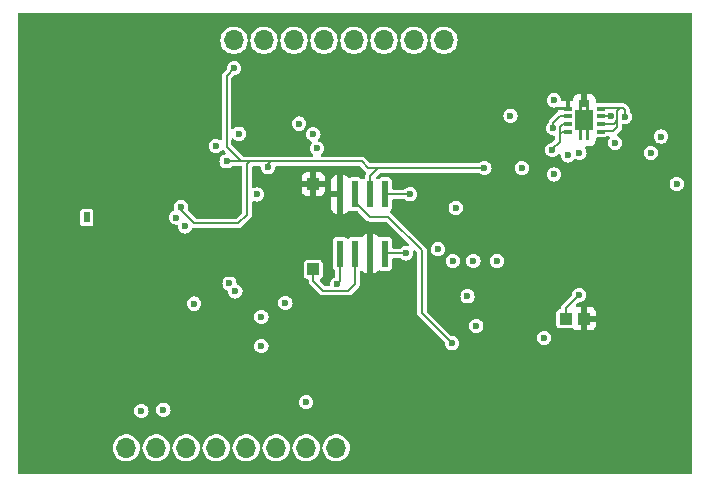
<source format=gbr>
%TF.GenerationSoftware,KiCad,Pcbnew,8.0.1*%
%TF.CreationDate,2024-04-28T17:40:03+05:30*%
%TF.ProjectId,ecg,6563672e-6b69-4636-9164-5f7063625858,rev?*%
%TF.SameCoordinates,Original*%
%TF.FileFunction,Copper,L4,Bot*%
%TF.FilePolarity,Positive*%
%FSLAX46Y46*%
G04 Gerber Fmt 4.6, Leading zero omitted, Abs format (unit mm)*
G04 Created by KiCad (PCBNEW 8.0.1) date 2024-04-28 17:40:03*
%MOMM*%
%LPD*%
G01*
G04 APERTURE LIST*
G04 Aperture macros list*
%AMRoundRect*
0 Rectangle with rounded corners*
0 $1 Rounding radius*
0 $2 $3 $4 $5 $6 $7 $8 $9 X,Y pos of 4 corners*
0 Add a 4 corners polygon primitive as box body*
4,1,4,$2,$3,$4,$5,$6,$7,$8,$9,$2,$3,0*
0 Add four circle primitives for the rounded corners*
1,1,$1+$1,$2,$3*
1,1,$1+$1,$4,$5*
1,1,$1+$1,$6,$7*
1,1,$1+$1,$8,$9*
0 Add four rect primitives between the rounded corners*
20,1,$1+$1,$2,$3,$4,$5,0*
20,1,$1+$1,$4,$5,$6,$7,0*
20,1,$1+$1,$6,$7,$8,$9,0*
20,1,$1+$1,$8,$9,$2,$3,0*%
%AMFreePoly0*
4,1,45,-0.206464,1.703536,-0.205000,1.700000,-0.205000,0.880000,0.205000,0.880000,0.205000,1.700000,0.206464,1.703536,0.210000,1.705000,0.440000,1.705000,0.443536,1.703536,0.445000,1.700000,0.445000,0.880000,0.750000,0.880000,0.753536,0.878536,0.755000,0.875000,0.755000,-0.875000,0.753536,-0.878536,0.750000,-0.880000,0.445000,-0.880000,0.445000,-1.700000,0.443536,-1.703536,
0.440000,-1.705000,0.210000,-1.705000,0.206464,-1.703536,0.205000,-1.700000,0.205000,-0.880000,-0.205000,-0.880000,-0.205000,-1.700000,-0.206464,-1.703536,-0.210000,-1.705000,-0.440000,-1.705000,-0.443536,-1.703536,-0.445000,-1.700000,-0.445000,-0.880000,-0.750000,-0.880000,-0.753536,-0.878536,-0.755000,-0.875000,-0.755000,0.875000,-0.753536,0.878536,-0.750000,0.880000,-0.445000,0.880000,
-0.445000,1.700000,-0.443536,1.703536,-0.440000,1.705000,-0.210000,1.705000,-0.206464,1.703536,-0.206464,1.703536,$1*%
G04 Aperture macros list end*
%TA.AperFunction,ComponentPad*%
%ADD10O,1.700000X1.700000*%
%TD*%
%TA.AperFunction,ComponentPad*%
%ADD11R,0.500000X0.900000*%
%TD*%
%TA.AperFunction,SMDPad,CuDef*%
%ADD12RoundRect,0.012400X-0.287600X-0.142600X0.287600X-0.142600X0.287600X0.142600X-0.287600X0.142600X0*%
%TD*%
%TA.AperFunction,SMDPad,CuDef*%
%ADD13FreePoly0,0.000000*%
%TD*%
%TA.AperFunction,ComponentPad*%
%ADD14C,0.400000*%
%TD*%
%TA.AperFunction,SMDPad,CuDef*%
%ADD15R,1.000000X1.000000*%
%TD*%
%TA.AperFunction,SMDPad,CuDef*%
%ADD16R,0.558000X2.269998*%
%TD*%
%TA.AperFunction,ViaPad*%
%ADD17C,0.600000*%
%TD*%
%TA.AperFunction,Conductor*%
%ADD18C,0.200000*%
%TD*%
%TA.AperFunction,Profile*%
%ADD19C,0.050000*%
%TD*%
G04 APERTURE END LIST*
D10*
%TO.P,U5,1,Vcc*%
%TO.N,LDO_OUT*%
X152280000Y-81350000D03*
%TO.P,U5,2,JT_TMS*%
%TO.N,TMS*%
X154820000Y-81350000D03*
%TO.P,U5,3,JT_TDI*%
%TO.N,TDI*%
X157360000Y-81350000D03*
%TO.P,U5,4,JT_TDO*%
%TO.N,TDO*%
X159900000Y-81350000D03*
%TO.P,U5,5,JT_TCK*%
%TO.N,TCK*%
X162440000Y-81350000D03*
%TO.P,U5,6,UART_TXD0*%
%TO.N,TXD0*%
X164980000Y-81350000D03*
%TO.P,U5,7,UART_RXD0*%
%TO.N,RXD0*%
X167520000Y-81350000D03*
%TO.P,U5,8,GND*%
%TO.N,GND2*%
X170060000Y-81350000D03*
%TD*%
D11*
%TO.P,AE1,2,Shield*%
%TO.N,GND2*%
X139830000Y-96340000D03*
%TD*%
D10*
%TO.P,U6,1,GPIO21*%
%TO.N,Net-(U1-GPIO21)*%
X143160000Y-115850000D03*
%TO.P,U6,2,GPIO18*%
%TO.N,Net-(U1-GPIO18)*%
X145700000Y-115850000D03*
%TO.P,U6,3,GPIO12*%
%TO.N,Net-(U1-GPIO12)*%
X148240000Y-115850000D03*
%TO.P,U6,4,GPIO13*%
%TO.N,Net-(U1-GPIO13)*%
X150780000Y-115850000D03*
%TO.P,U6,5,GPIO14*%
%TO.N,Net-(U1-GPIO14)*%
X153320000Y-115850000D03*
%TO.P,U6,6,GPIO17*%
%TO.N,Net-(U1-GPIO17)*%
X155860000Y-115850000D03*
%TO.P,U6,7,USBD+*%
%TO.N,USB_D+*%
X158400000Y-115850000D03*
%TO.P,U6,8,USBD-*%
%TO.N,USB_D-*%
X160940000Y-115850000D03*
%TD*%
D12*
%TO.P,U4,1,OUT*%
%TO.N,LDO_OUT*%
X180550000Y-89074999D03*
%TO.P,U4,2,OUT*%
X180550000Y-88424999D03*
%TO.P,U4,3,FB_SNS*%
%TO.N,Net-(U4-FB_SNS)*%
X180550000Y-87774999D03*
%TO.P,U4,4,GND*%
%TO.N,GND*%
X180550000Y-87124999D03*
%TO.P,U4,5,EN*%
%TO.N,Net-(S1-COM_2)*%
X183350000Y-87124999D03*
%TO.P,U4,6,NR*%
%TO.N,Net-(U4-NR)*%
X183350000Y-87774999D03*
%TO.P,U4,7,IN*%
%TO.N,Net-(S1-COM_2)*%
X183350000Y-88424999D03*
%TO.P,U4,8,IN*%
X183350000Y-89074999D03*
D13*
%TO.P,U4,9,PAD*%
%TO.N,GND*%
X181950000Y-88099999D03*
D14*
%TO.P,U4,10*%
%TO.N,N/C*%
X181950000Y-88724999D03*
%TO.P,U4,11*%
X182450000Y-88099999D03*
%TO.P,U4,12*%
X181450000Y-88099999D03*
%TO.P,U4,13*%
X181950000Y-87474999D03*
%TD*%
D15*
%TO.P,U7,1*%
%TO.N,GND*%
X159000000Y-93500000D03*
%TD*%
%TO.P,U8,1*%
%TO.N,Net-(U2-+)*%
X159000000Y-100750000D03*
%TD*%
%TO.P,BT1,1,+*%
%TO.N,GND*%
X181910000Y-104910000D03*
%TO.P,BT1,2,-*%
%TO.N,GND2*%
X180370000Y-104910000D03*
%TD*%
D16*
%TO.P,U2,1,Rg*%
%TO.N,Net-(R3-Pad2)*%
X165070000Y-99405300D03*
%TO.P,U2,2,-*%
%TO.N,GND*%
X163800000Y-99405300D03*
%TO.P,U2,3,+*%
%TO.N,Net-(U2-+)*%
X162530000Y-99405300D03*
%TO.P,U2,4,Vs-*%
%TO.N,GND2*%
X161260000Y-99405300D03*
%TO.P,U2,5,Ref*%
%TO.N,GND*%
X161260000Y-94377700D03*
%TO.P,U2,6*%
%TO.N,Net-(R4-Pad1)*%
X162530000Y-94377700D03*
%TO.P,U2,7,Vs+*%
%TO.N,LDO_OUT*%
X163800000Y-94377700D03*
%TO.P,U2,8,Rg*%
%TO.N,Net-(R3-Pad1)*%
X165070000Y-94377700D03*
%TD*%
D17*
%TO.N,AnalogSig*%
X152400000Y-102600000D03*
X178550000Y-106525000D03*
X174550000Y-100025000D03*
X171050000Y-95525000D03*
%TO.N,Net-(U3-+)*%
X172050000Y-103025000D03*
X172800000Y-105525000D03*
%TO.N,LDO_OUT*%
X155150000Y-92100000D03*
X188430000Y-89490000D03*
X179370000Y-86430000D03*
X151650000Y-91600000D03*
X189760000Y-93510000D03*
X179236837Y-90638862D03*
X152300000Y-83700000D03*
X147797672Y-95452328D03*
X173480000Y-92150000D03*
X179400000Y-92700000D03*
%TO.N,GND2*%
X161000000Y-102000000D03*
X181500000Y-102910000D03*
X154200000Y-94400000D03*
%TO.N,Net-(R3-Pad1)*%
X167200000Y-94386200D03*
%TO.N,GND*%
X179300000Y-87325000D03*
X175430000Y-103190000D03*
X179210000Y-83530000D03*
%TO.N,Net-(R4-Pad1)*%
X170750000Y-107000000D03*
%TO.N,Net-(R3-Pad2)*%
X166850000Y-99386200D03*
%TO.N,Net-(U4-NR)*%
X184200000Y-87736091D03*
%TO.N,Net-(U4-FB_SNS)*%
X179300000Y-88792500D03*
X180550000Y-91092500D03*
X187570000Y-90870000D03*
%TO.N,Net-(U1-GPIO12)*%
X148920000Y-103640000D03*
X151900000Y-101930000D03*
%TO.N,USB_D-*%
X154600000Y-107250000D03*
X158400000Y-111990000D03*
%TO.N,Net-(U1-GPIO21)*%
X144440000Y-112710000D03*
X156630000Y-103580000D03*
%TO.N,Net-(U1-GPIO18)*%
X154600000Y-104760000D03*
X146300000Y-112620000D03*
%TO.N,RXD0*%
X159000000Y-89300000D03*
X150750000Y-90300000D03*
%TO.N,/EN*%
X147400000Y-96350000D03*
X169550000Y-99025000D03*
X170800000Y-100025000D03*
X172550000Y-100025000D03*
%TO.N,Net-(U1-U0TXD)*%
X152700000Y-89250000D03*
X157800000Y-88400000D03*
%TO.N,Net-(S1-COM_2)*%
X176670000Y-92160000D03*
X185400000Y-87825000D03*
X175690000Y-87720000D03*
X184550000Y-90025000D03*
X181530000Y-90870000D03*
%TO.N,Net-(S1-NO_1)*%
X148150000Y-97100000D03*
X159300000Y-90500000D03*
%TD*%
D18*
%TO.N,LDO_OUT*%
X180150000Y-88425000D02*
X179850000Y-88725000D01*
X153400000Y-91850000D02*
X153650000Y-91600000D01*
X180550000Y-89075001D02*
X180049999Y-89075001D01*
X152900000Y-91600000D02*
X151650000Y-91600000D01*
X163105801Y-91600000D02*
X163655801Y-92150000D01*
X147797672Y-95747672D02*
X148900000Y-96850000D01*
X180550000Y-88425000D02*
X180150000Y-88425000D01*
X180049999Y-89075001D02*
X179850000Y-89275000D01*
X164500000Y-92150000D02*
X163800000Y-92850000D01*
X152300000Y-83700000D02*
X151650000Y-84350000D01*
X152900000Y-91600000D02*
X151650000Y-90350000D01*
X148900000Y-96850000D02*
X152650000Y-96850000D01*
X155400000Y-91600000D02*
X153650000Y-91600000D01*
X151650000Y-90350000D02*
X151650000Y-84350000D01*
X153650000Y-91600000D02*
X152900000Y-91600000D01*
X179850000Y-89925000D02*
X179236837Y-90538163D01*
X163655801Y-92150000D02*
X164500000Y-92150000D01*
X163800000Y-92850000D02*
X163800000Y-94377700D01*
X155400000Y-91600000D02*
X163105801Y-91600000D01*
X173480000Y-92150000D02*
X164500000Y-92150000D01*
X179236837Y-90538163D02*
X179236837Y-90638862D01*
X179850000Y-88725000D02*
X179850000Y-89275000D01*
X152650000Y-96850000D02*
X153400000Y-96100000D01*
X155400000Y-91600000D02*
X155150000Y-91850000D01*
X153400000Y-96100000D02*
X153400000Y-91850000D01*
X147797672Y-95452328D02*
X147797672Y-95747672D01*
X179850000Y-89275000D02*
X179850000Y-89925000D01*
%TO.N,GND2*%
X161260000Y-101740000D02*
X161000000Y-102000000D01*
X161260000Y-99405300D02*
X161260000Y-101740000D01*
X180370000Y-104040000D02*
X181500000Y-102910000D01*
X180370000Y-104910000D02*
X180370000Y-104040000D01*
%TO.N,Net-(R3-Pad1)*%
X167191500Y-94377700D02*
X167200000Y-94386200D01*
X165070000Y-94377700D02*
X167191500Y-94377700D01*
%TO.N,GND*%
X163800000Y-99405300D02*
X163800000Y-100261299D01*
%TO.N,Net-(U2-+)*%
X161950000Y-102550000D02*
X162530000Y-101970000D01*
X159800000Y-102550000D02*
X161950000Y-102550000D01*
X159000000Y-101750000D02*
X159800000Y-102550000D01*
X159000000Y-100750000D02*
X159000000Y-101750000D01*
X162530000Y-101970000D02*
X162530000Y-99405300D01*
%TO.N,Net-(R4-Pad1)*%
X165360000Y-96300000D02*
X163808301Y-96300000D01*
X163808301Y-96300000D02*
X162530000Y-95021699D01*
X162530000Y-95021699D02*
X162530000Y-94377700D01*
X168200000Y-99140000D02*
X165360000Y-96300000D01*
X168200000Y-104450000D02*
X168200000Y-99140000D01*
X170750000Y-107000000D02*
X168200000Y-104450000D01*
%TO.N,Net-(R3-Pad2)*%
X165089100Y-99386200D02*
X165070000Y-99405300D01*
X166850000Y-99386200D02*
X165089100Y-99386200D01*
%TO.N,Net-(U4-NR)*%
X184193587Y-87742504D02*
X183550000Y-87742504D01*
X184200000Y-87736091D02*
X184193587Y-87742504D01*
%TO.N,Net-(U4-FB_SNS)*%
X179899999Y-87775001D02*
X180550000Y-87775001D01*
X179300000Y-88792500D02*
X179300000Y-88375000D01*
X179300000Y-88375000D02*
X179899999Y-87775001D01*
%TO.N,Net-(S1-COM_2)*%
X185400000Y-87275000D02*
X185217503Y-87092503D01*
X184700000Y-88125000D02*
X184750000Y-88175000D01*
X184700000Y-88125000D02*
X184432497Y-88392503D01*
X184750000Y-88075000D02*
X184700000Y-88125000D01*
X185400000Y-87825000D02*
X185400000Y-87275000D01*
X184950000Y-87092503D02*
X183550000Y-87092503D01*
X184750000Y-88175000D02*
X184750000Y-88675000D01*
X185217503Y-87092503D02*
X184950000Y-87092503D01*
X184950000Y-87092503D02*
X184750000Y-87292503D01*
X184750000Y-88675000D02*
X184382496Y-89042504D01*
X184750000Y-87292503D02*
X184750000Y-88075000D01*
X184432497Y-88392503D02*
X183550000Y-88392503D01*
X184382496Y-89042504D02*
X183550000Y-89042504D01*
%TD*%
%TA.AperFunction,Conductor*%
%TO.N,GND*%
G36*
X190943039Y-79019685D02*
G01*
X190988794Y-79072489D01*
X191000000Y-79124000D01*
X191000000Y-117876000D01*
X190980315Y-117943039D01*
X190927511Y-117988794D01*
X190876000Y-118000000D01*
X134124000Y-118000000D01*
X134056961Y-117980315D01*
X134011206Y-117927511D01*
X134000000Y-117876000D01*
X134000000Y-115850000D01*
X142004571Y-115850000D01*
X142024244Y-116062310D01*
X142082596Y-116267392D01*
X142082596Y-116267394D01*
X142177632Y-116458253D01*
X142177634Y-116458255D01*
X142306128Y-116628407D01*
X142463698Y-116772052D01*
X142644981Y-116884298D01*
X142843802Y-116961321D01*
X143053390Y-117000500D01*
X143053392Y-117000500D01*
X143266608Y-117000500D01*
X143266610Y-117000500D01*
X143476198Y-116961321D01*
X143675019Y-116884298D01*
X143856302Y-116772052D01*
X144013872Y-116628407D01*
X144142366Y-116458255D01*
X144237405Y-116267389D01*
X144295756Y-116062310D01*
X144306529Y-115946047D01*
X144332315Y-115881111D01*
X144374622Y-115850804D01*
X144483130Y-115850804D01*
X144519503Y-115871668D01*
X144551693Y-115933681D01*
X144553471Y-115946048D01*
X144564244Y-116062310D01*
X144622596Y-116267392D01*
X144622596Y-116267394D01*
X144717632Y-116458253D01*
X144717634Y-116458255D01*
X144846128Y-116628407D01*
X145003698Y-116772052D01*
X145184981Y-116884298D01*
X145383802Y-116961321D01*
X145593390Y-117000500D01*
X145593392Y-117000500D01*
X145806608Y-117000500D01*
X145806610Y-117000500D01*
X146016198Y-116961321D01*
X146215019Y-116884298D01*
X146396302Y-116772052D01*
X146553872Y-116628407D01*
X146682366Y-116458255D01*
X146777405Y-116267389D01*
X146835756Y-116062310D01*
X146846529Y-115946047D01*
X146872315Y-115881111D01*
X146914622Y-115850804D01*
X147023130Y-115850804D01*
X147059503Y-115871668D01*
X147091693Y-115933681D01*
X147093471Y-115946048D01*
X147104244Y-116062310D01*
X147162596Y-116267392D01*
X147162596Y-116267394D01*
X147257632Y-116458253D01*
X147257634Y-116458255D01*
X147386128Y-116628407D01*
X147543698Y-116772052D01*
X147724981Y-116884298D01*
X147923802Y-116961321D01*
X148133390Y-117000500D01*
X148133392Y-117000500D01*
X148346608Y-117000500D01*
X148346610Y-117000500D01*
X148556198Y-116961321D01*
X148755019Y-116884298D01*
X148936302Y-116772052D01*
X149093872Y-116628407D01*
X149222366Y-116458255D01*
X149317405Y-116267389D01*
X149375756Y-116062310D01*
X149386529Y-115946047D01*
X149412315Y-115881111D01*
X149454622Y-115850804D01*
X149563130Y-115850804D01*
X149599503Y-115871668D01*
X149631693Y-115933681D01*
X149633471Y-115946048D01*
X149644244Y-116062310D01*
X149702596Y-116267392D01*
X149702596Y-116267394D01*
X149797632Y-116458253D01*
X149797634Y-116458255D01*
X149926128Y-116628407D01*
X150083698Y-116772052D01*
X150264981Y-116884298D01*
X150463802Y-116961321D01*
X150673390Y-117000500D01*
X150673392Y-117000500D01*
X150886608Y-117000500D01*
X150886610Y-117000500D01*
X151096198Y-116961321D01*
X151295019Y-116884298D01*
X151476302Y-116772052D01*
X151633872Y-116628407D01*
X151762366Y-116458255D01*
X151857405Y-116267389D01*
X151915756Y-116062310D01*
X151926529Y-115946047D01*
X151952315Y-115881111D01*
X151994622Y-115850804D01*
X152103130Y-115850804D01*
X152139503Y-115871668D01*
X152171693Y-115933681D01*
X152173471Y-115946048D01*
X152184244Y-116062310D01*
X152242596Y-116267392D01*
X152242596Y-116267394D01*
X152337632Y-116458253D01*
X152337634Y-116458255D01*
X152466128Y-116628407D01*
X152623698Y-116772052D01*
X152804981Y-116884298D01*
X153003802Y-116961321D01*
X153213390Y-117000500D01*
X153213392Y-117000500D01*
X153426608Y-117000500D01*
X153426610Y-117000500D01*
X153636198Y-116961321D01*
X153835019Y-116884298D01*
X154016302Y-116772052D01*
X154173872Y-116628407D01*
X154302366Y-116458255D01*
X154397405Y-116267389D01*
X154455756Y-116062310D01*
X154466529Y-115946047D01*
X154492315Y-115881111D01*
X154534622Y-115850804D01*
X154643130Y-115850804D01*
X154679503Y-115871668D01*
X154711693Y-115933681D01*
X154713471Y-115946048D01*
X154724244Y-116062310D01*
X154782596Y-116267392D01*
X154782596Y-116267394D01*
X154877632Y-116458253D01*
X154877634Y-116458255D01*
X155006128Y-116628407D01*
X155163698Y-116772052D01*
X155344981Y-116884298D01*
X155543802Y-116961321D01*
X155753390Y-117000500D01*
X155753392Y-117000500D01*
X155966608Y-117000500D01*
X155966610Y-117000500D01*
X156176198Y-116961321D01*
X156375019Y-116884298D01*
X156556302Y-116772052D01*
X156713872Y-116628407D01*
X156842366Y-116458255D01*
X156937405Y-116267389D01*
X156995756Y-116062310D01*
X157006529Y-115946047D01*
X157032315Y-115881111D01*
X157074622Y-115850804D01*
X157183130Y-115850804D01*
X157219503Y-115871668D01*
X157251693Y-115933681D01*
X157253471Y-115946048D01*
X157264244Y-116062310D01*
X157322596Y-116267392D01*
X157322596Y-116267394D01*
X157417632Y-116458253D01*
X157417634Y-116458255D01*
X157546128Y-116628407D01*
X157703698Y-116772052D01*
X157884981Y-116884298D01*
X158083802Y-116961321D01*
X158293390Y-117000500D01*
X158293392Y-117000500D01*
X158506608Y-117000500D01*
X158506610Y-117000500D01*
X158716198Y-116961321D01*
X158915019Y-116884298D01*
X159096302Y-116772052D01*
X159253872Y-116628407D01*
X159382366Y-116458255D01*
X159477405Y-116267389D01*
X159535756Y-116062310D01*
X159546529Y-115946047D01*
X159572315Y-115881111D01*
X159614622Y-115850804D01*
X159723130Y-115850804D01*
X159759503Y-115871668D01*
X159791693Y-115933681D01*
X159793471Y-115946048D01*
X159804244Y-116062310D01*
X159862596Y-116267392D01*
X159862596Y-116267394D01*
X159957632Y-116458253D01*
X159957634Y-116458255D01*
X160086128Y-116628407D01*
X160243698Y-116772052D01*
X160424981Y-116884298D01*
X160623802Y-116961321D01*
X160833390Y-117000500D01*
X160833392Y-117000500D01*
X161046608Y-117000500D01*
X161046610Y-117000500D01*
X161256198Y-116961321D01*
X161455019Y-116884298D01*
X161636302Y-116772052D01*
X161793872Y-116628407D01*
X161922366Y-116458255D01*
X162017405Y-116267389D01*
X162075756Y-116062310D01*
X162095429Y-115850000D01*
X162075756Y-115637690D01*
X162017405Y-115432611D01*
X162017403Y-115432606D01*
X162017403Y-115432605D01*
X161922367Y-115241746D01*
X161793872Y-115071593D01*
X161636302Y-114927948D01*
X161455019Y-114815702D01*
X161455017Y-114815701D01*
X161355608Y-114777190D01*
X161256198Y-114738679D01*
X161046610Y-114699500D01*
X160833390Y-114699500D01*
X160623802Y-114738679D01*
X160623799Y-114738679D01*
X160623799Y-114738680D01*
X160424982Y-114815701D01*
X160424980Y-114815702D01*
X160243699Y-114927947D01*
X160086127Y-115071593D01*
X159957632Y-115241746D01*
X159862596Y-115432605D01*
X159862596Y-115432607D01*
X159804244Y-115637689D01*
X159793471Y-115753951D01*
X159767685Y-115818888D01*
X159723130Y-115850804D01*
X159614622Y-115850804D01*
X159616869Y-115849194D01*
X159580497Y-115828331D01*
X159548307Y-115766318D01*
X159546529Y-115753951D01*
X159545849Y-115746613D01*
X159535756Y-115637690D01*
X159477405Y-115432611D01*
X159477403Y-115432606D01*
X159477403Y-115432605D01*
X159382367Y-115241746D01*
X159253872Y-115071593D01*
X159096302Y-114927948D01*
X158915019Y-114815702D01*
X158915017Y-114815701D01*
X158815608Y-114777190D01*
X158716198Y-114738679D01*
X158506610Y-114699500D01*
X158293390Y-114699500D01*
X158083802Y-114738679D01*
X158083799Y-114738679D01*
X158083799Y-114738680D01*
X157884982Y-114815701D01*
X157884980Y-114815702D01*
X157703699Y-114927947D01*
X157546127Y-115071593D01*
X157417632Y-115241746D01*
X157322596Y-115432605D01*
X157322596Y-115432607D01*
X157264244Y-115637689D01*
X157253471Y-115753951D01*
X157227685Y-115818888D01*
X157183130Y-115850804D01*
X157074622Y-115850804D01*
X157076869Y-115849194D01*
X157040497Y-115828331D01*
X157008307Y-115766318D01*
X157006529Y-115753951D01*
X157005849Y-115746613D01*
X156995756Y-115637690D01*
X156937405Y-115432611D01*
X156937403Y-115432606D01*
X156937403Y-115432605D01*
X156842367Y-115241746D01*
X156713872Y-115071593D01*
X156556302Y-114927948D01*
X156375019Y-114815702D01*
X156375017Y-114815701D01*
X156275608Y-114777190D01*
X156176198Y-114738679D01*
X155966610Y-114699500D01*
X155753390Y-114699500D01*
X155543802Y-114738679D01*
X155543799Y-114738679D01*
X155543799Y-114738680D01*
X155344982Y-114815701D01*
X155344980Y-114815702D01*
X155163699Y-114927947D01*
X155006127Y-115071593D01*
X154877632Y-115241746D01*
X154782596Y-115432605D01*
X154782596Y-115432607D01*
X154724244Y-115637689D01*
X154713471Y-115753951D01*
X154687685Y-115818888D01*
X154643130Y-115850804D01*
X154534622Y-115850804D01*
X154536869Y-115849194D01*
X154500497Y-115828331D01*
X154468307Y-115766318D01*
X154466529Y-115753951D01*
X154465849Y-115746613D01*
X154455756Y-115637690D01*
X154397405Y-115432611D01*
X154397403Y-115432606D01*
X154397403Y-115432605D01*
X154302367Y-115241746D01*
X154173872Y-115071593D01*
X154016302Y-114927948D01*
X153835019Y-114815702D01*
X153835017Y-114815701D01*
X153735608Y-114777190D01*
X153636198Y-114738679D01*
X153426610Y-114699500D01*
X153213390Y-114699500D01*
X153003802Y-114738679D01*
X153003799Y-114738679D01*
X153003799Y-114738680D01*
X152804982Y-114815701D01*
X152804980Y-114815702D01*
X152623699Y-114927947D01*
X152466127Y-115071593D01*
X152337632Y-115241746D01*
X152242596Y-115432605D01*
X152242596Y-115432607D01*
X152184244Y-115637689D01*
X152173471Y-115753951D01*
X152147685Y-115818888D01*
X152103130Y-115850804D01*
X151994622Y-115850804D01*
X151996869Y-115849194D01*
X151960497Y-115828331D01*
X151928307Y-115766318D01*
X151926529Y-115753951D01*
X151925849Y-115746613D01*
X151915756Y-115637690D01*
X151857405Y-115432611D01*
X151857403Y-115432606D01*
X151857403Y-115432605D01*
X151762367Y-115241746D01*
X151633872Y-115071593D01*
X151476302Y-114927948D01*
X151295019Y-114815702D01*
X151295017Y-114815701D01*
X151195608Y-114777190D01*
X151096198Y-114738679D01*
X150886610Y-114699500D01*
X150673390Y-114699500D01*
X150463802Y-114738679D01*
X150463799Y-114738679D01*
X150463799Y-114738680D01*
X150264982Y-114815701D01*
X150264980Y-114815702D01*
X150083699Y-114927947D01*
X149926127Y-115071593D01*
X149797632Y-115241746D01*
X149702596Y-115432605D01*
X149702596Y-115432607D01*
X149644244Y-115637689D01*
X149633471Y-115753951D01*
X149607685Y-115818888D01*
X149563130Y-115850804D01*
X149454622Y-115850804D01*
X149456869Y-115849194D01*
X149420497Y-115828331D01*
X149388307Y-115766318D01*
X149386529Y-115753951D01*
X149385849Y-115746613D01*
X149375756Y-115637690D01*
X149317405Y-115432611D01*
X149317403Y-115432606D01*
X149317403Y-115432605D01*
X149222367Y-115241746D01*
X149093872Y-115071593D01*
X148936302Y-114927948D01*
X148755019Y-114815702D01*
X148755017Y-114815701D01*
X148655608Y-114777190D01*
X148556198Y-114738679D01*
X148346610Y-114699500D01*
X148133390Y-114699500D01*
X147923802Y-114738679D01*
X147923799Y-114738679D01*
X147923799Y-114738680D01*
X147724982Y-114815701D01*
X147724980Y-114815702D01*
X147543699Y-114927947D01*
X147386127Y-115071593D01*
X147257632Y-115241746D01*
X147162596Y-115432605D01*
X147162596Y-115432607D01*
X147104244Y-115637689D01*
X147093471Y-115753951D01*
X147067685Y-115818888D01*
X147023130Y-115850804D01*
X146914622Y-115850804D01*
X146916869Y-115849194D01*
X146880497Y-115828331D01*
X146848307Y-115766318D01*
X146846529Y-115753951D01*
X146845849Y-115746613D01*
X146835756Y-115637690D01*
X146777405Y-115432611D01*
X146777403Y-115432606D01*
X146777403Y-115432605D01*
X146682367Y-115241746D01*
X146553872Y-115071593D01*
X146396302Y-114927948D01*
X146215019Y-114815702D01*
X146215017Y-114815701D01*
X146115608Y-114777190D01*
X146016198Y-114738679D01*
X145806610Y-114699500D01*
X145593390Y-114699500D01*
X145383802Y-114738679D01*
X145383799Y-114738679D01*
X145383799Y-114738680D01*
X145184982Y-114815701D01*
X145184980Y-114815702D01*
X145003699Y-114927947D01*
X144846127Y-115071593D01*
X144717632Y-115241746D01*
X144622596Y-115432605D01*
X144622596Y-115432607D01*
X144564244Y-115637689D01*
X144553471Y-115753951D01*
X144527685Y-115818888D01*
X144483130Y-115850804D01*
X144374622Y-115850804D01*
X144376869Y-115849194D01*
X144340497Y-115828331D01*
X144308307Y-115766318D01*
X144306529Y-115753951D01*
X144305849Y-115746613D01*
X144295756Y-115637690D01*
X144237405Y-115432611D01*
X144237403Y-115432606D01*
X144237403Y-115432605D01*
X144142367Y-115241746D01*
X144013872Y-115071593D01*
X143856302Y-114927948D01*
X143675019Y-114815702D01*
X143675017Y-114815701D01*
X143575608Y-114777190D01*
X143476198Y-114738679D01*
X143266610Y-114699500D01*
X143053390Y-114699500D01*
X142843802Y-114738679D01*
X142843799Y-114738679D01*
X142843799Y-114738680D01*
X142644982Y-114815701D01*
X142644980Y-114815702D01*
X142463699Y-114927947D01*
X142306127Y-115071593D01*
X142177632Y-115241746D01*
X142082596Y-115432605D01*
X142082596Y-115432607D01*
X142024244Y-115637689D01*
X142004571Y-115849999D01*
X142004571Y-115850000D01*
X134000000Y-115850000D01*
X134000000Y-112710001D01*
X143834318Y-112710001D01*
X143854955Y-112866760D01*
X143854956Y-112866762D01*
X143915464Y-113012841D01*
X144011718Y-113138282D01*
X144137159Y-113234536D01*
X144283238Y-113295044D01*
X144361619Y-113305363D01*
X144439999Y-113315682D01*
X144440000Y-113315682D01*
X144440001Y-113315682D01*
X144492254Y-113308802D01*
X144596762Y-113295044D01*
X144742841Y-113234536D01*
X144868282Y-113138282D01*
X144964536Y-113012841D01*
X145025044Y-112866762D01*
X145045682Y-112710000D01*
X145033833Y-112620001D01*
X145694318Y-112620001D01*
X145714955Y-112776760D01*
X145714956Y-112776762D01*
X145775464Y-112922841D01*
X145871718Y-113048282D01*
X145997159Y-113144536D01*
X146143238Y-113205044D01*
X146221619Y-113215363D01*
X146299999Y-113225682D01*
X146300000Y-113225682D01*
X146300001Y-113225682D01*
X146352254Y-113218802D01*
X146456762Y-113205044D01*
X146602841Y-113144536D01*
X146728282Y-113048282D01*
X146824536Y-112922841D01*
X146885044Y-112776762D01*
X146905682Y-112620000D01*
X146902480Y-112595682D01*
X146885044Y-112463239D01*
X146885044Y-112463238D01*
X146824536Y-112317159D01*
X146728282Y-112191718D01*
X146602841Y-112095464D01*
X146456762Y-112034956D01*
X146456760Y-112034955D01*
X146300001Y-112014318D01*
X146299999Y-112014318D01*
X146143239Y-112034955D01*
X146143237Y-112034956D01*
X145997160Y-112095463D01*
X145871718Y-112191718D01*
X145775463Y-112317160D01*
X145714956Y-112463237D01*
X145714955Y-112463239D01*
X145694318Y-112619998D01*
X145694318Y-112620001D01*
X145033833Y-112620001D01*
X145025044Y-112553239D01*
X145025044Y-112553238D01*
X144964536Y-112407159D01*
X144868282Y-112281718D01*
X144742841Y-112185464D01*
X144649401Y-112146760D01*
X144596762Y-112124956D01*
X144596760Y-112124955D01*
X144440001Y-112104318D01*
X144439999Y-112104318D01*
X144283239Y-112124955D01*
X144283237Y-112124956D01*
X144137160Y-112185463D01*
X144011718Y-112281718D01*
X143915463Y-112407160D01*
X143854956Y-112553237D01*
X143854955Y-112553239D01*
X143834318Y-112709998D01*
X143834318Y-112710001D01*
X134000000Y-112710001D01*
X134000000Y-111990001D01*
X157794318Y-111990001D01*
X157814955Y-112146760D01*
X157814956Y-112146762D01*
X157830986Y-112185463D01*
X157875464Y-112292841D01*
X157971718Y-112418282D01*
X158097159Y-112514536D01*
X158243238Y-112575044D01*
X158321619Y-112585363D01*
X158399999Y-112595682D01*
X158400000Y-112595682D01*
X158400001Y-112595682D01*
X158452254Y-112588802D01*
X158556762Y-112575044D01*
X158702841Y-112514536D01*
X158828282Y-112418282D01*
X158924536Y-112292841D01*
X158985044Y-112146762D01*
X158999764Y-112034955D01*
X159005682Y-111990001D01*
X159005682Y-111989998D01*
X158985044Y-111833239D01*
X158985044Y-111833238D01*
X158924536Y-111687159D01*
X158828282Y-111561718D01*
X158702841Y-111465464D01*
X158556762Y-111404956D01*
X158556760Y-111404955D01*
X158400001Y-111384318D01*
X158399999Y-111384318D01*
X158243239Y-111404955D01*
X158243237Y-111404956D01*
X158097160Y-111465463D01*
X157971718Y-111561718D01*
X157875463Y-111687160D01*
X157814956Y-111833237D01*
X157814955Y-111833239D01*
X157794318Y-111989998D01*
X157794318Y-111990001D01*
X134000000Y-111990001D01*
X134000000Y-107250001D01*
X153994318Y-107250001D01*
X154014955Y-107406760D01*
X154014956Y-107406762D01*
X154075464Y-107552841D01*
X154171718Y-107678282D01*
X154297159Y-107774536D01*
X154443238Y-107835044D01*
X154521619Y-107845363D01*
X154599999Y-107855682D01*
X154600000Y-107855682D01*
X154600001Y-107855682D01*
X154652254Y-107848802D01*
X154756762Y-107835044D01*
X154902841Y-107774536D01*
X155028282Y-107678282D01*
X155124536Y-107552841D01*
X155185044Y-107406762D01*
X155205682Y-107250000D01*
X155185044Y-107093238D01*
X155124536Y-106947159D01*
X155028282Y-106821718D01*
X154902841Y-106725464D01*
X154756762Y-106664956D01*
X154756760Y-106664955D01*
X154600001Y-106644318D01*
X154599999Y-106644318D01*
X154443239Y-106664955D01*
X154443237Y-106664956D01*
X154297160Y-106725463D01*
X154171718Y-106821718D01*
X154075463Y-106947160D01*
X154014956Y-107093237D01*
X154014955Y-107093239D01*
X153994318Y-107249998D01*
X153994318Y-107250001D01*
X134000000Y-107250001D01*
X134000000Y-104760001D01*
X153994318Y-104760001D01*
X154014955Y-104916760D01*
X154014956Y-104916762D01*
X154049626Y-105000464D01*
X154075464Y-105062841D01*
X154171718Y-105188282D01*
X154297159Y-105284536D01*
X154443238Y-105345044D01*
X154521619Y-105355363D01*
X154599999Y-105365682D01*
X154600000Y-105365682D01*
X154600001Y-105365682D01*
X154652254Y-105358802D01*
X154756762Y-105345044D01*
X154902841Y-105284536D01*
X155028282Y-105188282D01*
X155124536Y-105062841D01*
X155185044Y-104916762D01*
X155205682Y-104760000D01*
X155185044Y-104603238D01*
X155124536Y-104457159D01*
X155028282Y-104331718D01*
X154902841Y-104235464D01*
X154756762Y-104174956D01*
X154756760Y-104174955D01*
X154600001Y-104154318D01*
X154599999Y-104154318D01*
X154443239Y-104174955D01*
X154443237Y-104174956D01*
X154297160Y-104235463D01*
X154171718Y-104331718D01*
X154075463Y-104457160D01*
X154014956Y-104603237D01*
X154014955Y-104603239D01*
X153994318Y-104759998D01*
X153994318Y-104760001D01*
X134000000Y-104760001D01*
X134000000Y-103640001D01*
X148314318Y-103640001D01*
X148334955Y-103796760D01*
X148334956Y-103796762D01*
X148395464Y-103942841D01*
X148491718Y-104068282D01*
X148617159Y-104164536D01*
X148763238Y-104225044D01*
X148821733Y-104232745D01*
X148919999Y-104245682D01*
X148920000Y-104245682D01*
X148920001Y-104245682D01*
X148972254Y-104238802D01*
X149076762Y-104225044D01*
X149222841Y-104164536D01*
X149348282Y-104068282D01*
X149444536Y-103942841D01*
X149505044Y-103796762D01*
X149525682Y-103640000D01*
X149524455Y-103630682D01*
X149517783Y-103580001D01*
X156024318Y-103580001D01*
X156044955Y-103736760D01*
X156044956Y-103736762D01*
X156105464Y-103882841D01*
X156201718Y-104008282D01*
X156327159Y-104104536D01*
X156473238Y-104165044D01*
X156548520Y-104174955D01*
X156629999Y-104185682D01*
X156630000Y-104185682D01*
X156630001Y-104185682D01*
X156711480Y-104174955D01*
X156786762Y-104165044D01*
X156932841Y-104104536D01*
X157058282Y-104008282D01*
X157154536Y-103882841D01*
X157215044Y-103736762D01*
X157235682Y-103580000D01*
X157231671Y-103549536D01*
X157215044Y-103423239D01*
X157215044Y-103423238D01*
X157154536Y-103277159D01*
X157058282Y-103151718D01*
X156932841Y-103055464D01*
X156931612Y-103054955D01*
X156786762Y-102994956D01*
X156786760Y-102994955D01*
X156630001Y-102974318D01*
X156629999Y-102974318D01*
X156473239Y-102994955D01*
X156473237Y-102994956D01*
X156327160Y-103055463D01*
X156201718Y-103151718D01*
X156105463Y-103277160D01*
X156044956Y-103423237D01*
X156044955Y-103423239D01*
X156024318Y-103579998D01*
X156024318Y-103580001D01*
X149517783Y-103580001D01*
X149509315Y-103515682D01*
X149505044Y-103483238D01*
X149444536Y-103337159D01*
X149348282Y-103211718D01*
X149222841Y-103115464D01*
X149076762Y-103054956D01*
X149076760Y-103054955D01*
X148920001Y-103034318D01*
X148919999Y-103034318D01*
X148763239Y-103054955D01*
X148763237Y-103054956D01*
X148617160Y-103115463D01*
X148491718Y-103211718D01*
X148395463Y-103337160D01*
X148334956Y-103483237D01*
X148334955Y-103483239D01*
X148314318Y-103639998D01*
X148314318Y-103640001D01*
X134000000Y-103640001D01*
X134000000Y-101930001D01*
X151294318Y-101930001D01*
X151314955Y-102086760D01*
X151314956Y-102086762D01*
X151375464Y-102232841D01*
X151471718Y-102358282D01*
X151597159Y-102454536D01*
X151719292Y-102505125D01*
X151773695Y-102548966D01*
X151794778Y-102603500D01*
X151814956Y-102756760D01*
X151814956Y-102756762D01*
X151862059Y-102870480D01*
X151875464Y-102902841D01*
X151971718Y-103028282D01*
X152097159Y-103124536D01*
X152243238Y-103185044D01*
X152321619Y-103195363D01*
X152399999Y-103205682D01*
X152400000Y-103205682D01*
X152400001Y-103205682D01*
X152452254Y-103198802D01*
X152556762Y-103185044D01*
X152702841Y-103124536D01*
X152828282Y-103028282D01*
X152924536Y-102902841D01*
X152985044Y-102756762D01*
X153005682Y-102600000D01*
X152985044Y-102443238D01*
X152924536Y-102297159D01*
X152828282Y-102171718D01*
X152702841Y-102075464D01*
X152702839Y-102075463D01*
X152580707Y-102024874D01*
X152526304Y-101981033D01*
X152505221Y-101926498D01*
X152485044Y-101773239D01*
X152485044Y-101773238D01*
X152424536Y-101627159D01*
X152328282Y-101501718D01*
X152202841Y-101405464D01*
X152056762Y-101344956D01*
X152056760Y-101344955D01*
X151900001Y-101324318D01*
X151899999Y-101324318D01*
X151743239Y-101344955D01*
X151743237Y-101344956D01*
X151597160Y-101405463D01*
X151471718Y-101501718D01*
X151375463Y-101627160D01*
X151314956Y-101773237D01*
X151314955Y-101773239D01*
X151294318Y-101929998D01*
X151294318Y-101930001D01*
X134000000Y-101930001D01*
X134000000Y-101294856D01*
X158199500Y-101294856D01*
X158199502Y-101294882D01*
X158202413Y-101319987D01*
X158202415Y-101319991D01*
X158247793Y-101422764D01*
X158247794Y-101422765D01*
X158327235Y-101502206D01*
X158430009Y-101547585D01*
X158455135Y-101550500D01*
X158475497Y-101550499D01*
X158542535Y-101570181D01*
X158588292Y-101622983D01*
X158599500Y-101674499D01*
X158599500Y-101802726D01*
X158626793Y-101904589D01*
X158641465Y-101930000D01*
X158679520Y-101995913D01*
X159554087Y-102870480D01*
X159645412Y-102923207D01*
X159747273Y-102950500D01*
X159747275Y-102950500D01*
X162002725Y-102950500D01*
X162002727Y-102950500D01*
X162104588Y-102923207D01*
X162195913Y-102870480D01*
X162850480Y-102215913D01*
X162903207Y-102124588D01*
X162930500Y-102022727D01*
X162930500Y-101917273D01*
X162930500Y-100958381D01*
X162950185Y-100891342D01*
X163002989Y-100845587D01*
X163072147Y-100835643D01*
X163135703Y-100864668D01*
X163153767Y-100884070D01*
X163163813Y-100897489D01*
X163278906Y-100983649D01*
X163278913Y-100983653D01*
X163413620Y-101033895D01*
X163413627Y-101033897D01*
X163473155Y-101040298D01*
X163473172Y-101040299D01*
X163550000Y-101040299D01*
X163550000Y-97770301D01*
X163473155Y-97770301D01*
X163413627Y-97776702D01*
X163413620Y-97776704D01*
X163278913Y-97826946D01*
X163278906Y-97826950D01*
X163163813Y-97913110D01*
X163118635Y-97973460D01*
X163062701Y-98015331D01*
X162993009Y-98020315D01*
X162969281Y-98012583D01*
X162878992Y-97972716D01*
X162853865Y-97969801D01*
X162206143Y-97969801D01*
X162206117Y-97969803D01*
X162181012Y-97972714D01*
X162181008Y-97972716D01*
X162078235Y-98018094D01*
X161998796Y-98097533D01*
X161997300Y-98099718D01*
X161993555Y-98102774D01*
X161990669Y-98105661D01*
X161990377Y-98105369D01*
X161943173Y-98143901D01*
X161873752Y-98151807D01*
X161811077Y-98120926D01*
X161792700Y-98099718D01*
X161791207Y-98097539D01*
X161791206Y-98097536D01*
X161711765Y-98018095D01*
X161705505Y-98015331D01*
X161608992Y-97972716D01*
X161583865Y-97969801D01*
X160936143Y-97969801D01*
X160936117Y-97969803D01*
X160911012Y-97972714D01*
X160911008Y-97972716D01*
X160808235Y-98018094D01*
X160728794Y-98097535D01*
X160683415Y-98200307D01*
X160683415Y-98200309D01*
X160680500Y-98225432D01*
X160680500Y-100585155D01*
X160680502Y-100585181D01*
X160683413Y-100610286D01*
X160683415Y-100610290D01*
X160728793Y-100713063D01*
X160816360Y-100800630D01*
X160814892Y-100802097D01*
X160849757Y-100844804D01*
X160859500Y-100892983D01*
X160859500Y-101325366D01*
X160839815Y-101392405D01*
X160787011Y-101438160D01*
X160782953Y-101439927D01*
X160697160Y-101475463D01*
X160571718Y-101571718D01*
X160475463Y-101697160D01*
X160414956Y-101843237D01*
X160414955Y-101843239D01*
X160394318Y-101999998D01*
X160394318Y-102000002D01*
X160395544Y-102009316D01*
X160384778Y-102078351D01*
X160338397Y-102130607D01*
X160272605Y-102149500D01*
X160017255Y-102149500D01*
X159950216Y-102129815D01*
X159929574Y-102113181D01*
X159555078Y-101738685D01*
X159521593Y-101677362D01*
X159526577Y-101607670D01*
X159568449Y-101551737D01*
X159592666Y-101537572D01*
X159672765Y-101502206D01*
X159752206Y-101422765D01*
X159797585Y-101319991D01*
X159800500Y-101294865D01*
X159800499Y-100205136D01*
X159800497Y-100205117D01*
X159797586Y-100180012D01*
X159797585Y-100180010D01*
X159797585Y-100180009D01*
X159752206Y-100077235D01*
X159672765Y-99997794D01*
X159612633Y-99971243D01*
X159569992Y-99952415D01*
X159544865Y-99949500D01*
X158455143Y-99949500D01*
X158455117Y-99949502D01*
X158430012Y-99952413D01*
X158430008Y-99952415D01*
X158327235Y-99997793D01*
X158247794Y-100077234D01*
X158202415Y-100180006D01*
X158202415Y-100180008D01*
X158199500Y-100205131D01*
X158199500Y-101294856D01*
X134000000Y-101294856D01*
X134000000Y-96834856D01*
X139279500Y-96834856D01*
X139279502Y-96834882D01*
X139282413Y-96859987D01*
X139282415Y-96859991D01*
X139327793Y-96962764D01*
X139327794Y-96962765D01*
X139407235Y-97042206D01*
X139510009Y-97087585D01*
X139535135Y-97090500D01*
X140124864Y-97090499D01*
X140124879Y-97090497D01*
X140124882Y-97090497D01*
X140149987Y-97087586D01*
X140149988Y-97087585D01*
X140149991Y-97087585D01*
X140252765Y-97042206D01*
X140332206Y-96962765D01*
X140377585Y-96859991D01*
X140380500Y-96834865D01*
X140380500Y-96350001D01*
X146794318Y-96350001D01*
X146814955Y-96506760D01*
X146814956Y-96506762D01*
X146862059Y-96620480D01*
X146875464Y-96652841D01*
X146971718Y-96778282D01*
X147097159Y-96874536D01*
X147243238Y-96935044D01*
X147400000Y-96955682D01*
X147405975Y-96954895D01*
X147475010Y-96965657D01*
X147527268Y-97012034D01*
X147546157Y-97079302D01*
X147545106Y-97094015D01*
X147544318Y-97100001D01*
X147564955Y-97256760D01*
X147564956Y-97256762D01*
X147625464Y-97402841D01*
X147721718Y-97528282D01*
X147847159Y-97624536D01*
X147993238Y-97685044D01*
X148071619Y-97695363D01*
X148149999Y-97705682D01*
X148150000Y-97705682D01*
X148150001Y-97705682D01*
X148202254Y-97698802D01*
X148306762Y-97685044D01*
X148452841Y-97624536D01*
X148578282Y-97528282D01*
X148674536Y-97402841D01*
X148706976Y-97324523D01*
X148750815Y-97270121D01*
X148817109Y-97248056D01*
X148839070Y-97250554D01*
X148839217Y-97249439D01*
X148847271Y-97250499D01*
X148847273Y-97250500D01*
X148847275Y-97250500D01*
X152702725Y-97250500D01*
X152702727Y-97250500D01*
X152804588Y-97223207D01*
X152895913Y-97170480D01*
X153720480Y-96345913D01*
X153773207Y-96254588D01*
X153800500Y-96152727D01*
X153800500Y-96047273D01*
X153800500Y-95070077D01*
X153820185Y-95003038D01*
X153872989Y-94957283D01*
X153942147Y-94947339D01*
X153971947Y-94955514D01*
X154043238Y-94985044D01*
X154095178Y-94991882D01*
X154199999Y-95005682D01*
X154200000Y-95005682D01*
X154200001Y-95005682D01*
X154252254Y-94998802D01*
X154356762Y-94985044D01*
X154502841Y-94924536D01*
X154628282Y-94828282D01*
X154724536Y-94702841D01*
X154755660Y-94627700D01*
X160481000Y-94627700D01*
X160481000Y-95560543D01*
X160487401Y-95620071D01*
X160487403Y-95620078D01*
X160537645Y-95754785D01*
X160537649Y-95754792D01*
X160623809Y-95869886D01*
X160623812Y-95869889D01*
X160738906Y-95956049D01*
X160738913Y-95956053D01*
X160873620Y-96006295D01*
X160873627Y-96006297D01*
X160933155Y-96012698D01*
X160933172Y-96012699D01*
X161010000Y-96012699D01*
X161010000Y-94627700D01*
X160481000Y-94627700D01*
X154755660Y-94627700D01*
X154785044Y-94556762D01*
X154805682Y-94400000D01*
X154803865Y-94386201D01*
X154785044Y-94243239D01*
X154785044Y-94243238D01*
X154724536Y-94097159D01*
X154628282Y-93971718D01*
X154502841Y-93875464D01*
X154469522Y-93861663D01*
X154356762Y-93814956D01*
X154356760Y-93814955D01*
X154200001Y-93794318D01*
X154199999Y-93794318D01*
X154043239Y-93814955D01*
X154043234Y-93814957D01*
X153971952Y-93844483D01*
X153902483Y-93851952D01*
X153840004Y-93820676D01*
X153804352Y-93760587D01*
X153803022Y-93750000D01*
X158000000Y-93750000D01*
X158000000Y-94047844D01*
X158006401Y-94107372D01*
X158006403Y-94107379D01*
X158056645Y-94242086D01*
X158056649Y-94242093D01*
X158142809Y-94357187D01*
X158142812Y-94357190D01*
X158257906Y-94443350D01*
X158257913Y-94443354D01*
X158392620Y-94493596D01*
X158392627Y-94493598D01*
X158452155Y-94499999D01*
X158452172Y-94500000D01*
X158750000Y-94500000D01*
X158750000Y-93750000D01*
X159250000Y-93750000D01*
X159250000Y-94500000D01*
X159547828Y-94500000D01*
X159547844Y-94499999D01*
X159607372Y-94493598D01*
X159607379Y-94493596D01*
X159742086Y-94443354D01*
X159742093Y-94443350D01*
X159857187Y-94357190D01*
X159857190Y-94357187D01*
X159943350Y-94242093D01*
X159943354Y-94242086D01*
X159986017Y-94127700D01*
X160481000Y-94127700D01*
X161010000Y-94127700D01*
X161010000Y-92742701D01*
X160933155Y-92742701D01*
X160873627Y-92749102D01*
X160873620Y-92749104D01*
X160738913Y-92799346D01*
X160738906Y-92799350D01*
X160623812Y-92885510D01*
X160623809Y-92885513D01*
X160537649Y-93000607D01*
X160537645Y-93000614D01*
X160487403Y-93135321D01*
X160487401Y-93135328D01*
X160481000Y-93194856D01*
X160481000Y-94127700D01*
X159986017Y-94127700D01*
X159993596Y-94107379D01*
X159993598Y-94107372D01*
X159999999Y-94047844D01*
X160000000Y-94047827D01*
X160000000Y-93750000D01*
X159250000Y-93750000D01*
X158750000Y-93750000D01*
X158000000Y-93750000D01*
X153803022Y-93750000D01*
X153800500Y-93729922D01*
X153800500Y-93250000D01*
X158000000Y-93250000D01*
X158750000Y-93250000D01*
X158750000Y-92500000D01*
X159250000Y-92500000D01*
X159250000Y-93250000D01*
X160000000Y-93250000D01*
X160000000Y-92952172D01*
X159999999Y-92952155D01*
X159993598Y-92892627D01*
X159993596Y-92892620D01*
X159943354Y-92757913D01*
X159943350Y-92757906D01*
X159857190Y-92642812D01*
X159857187Y-92642809D01*
X159742093Y-92556649D01*
X159742086Y-92556645D01*
X159607379Y-92506403D01*
X159607372Y-92506401D01*
X159547844Y-92500000D01*
X159250000Y-92500000D01*
X158750000Y-92500000D01*
X158452155Y-92500000D01*
X158392627Y-92506401D01*
X158392620Y-92506403D01*
X158257913Y-92556645D01*
X158257906Y-92556649D01*
X158142812Y-92642809D01*
X158142809Y-92642812D01*
X158056649Y-92757906D01*
X158056645Y-92757913D01*
X158006403Y-92892620D01*
X158006401Y-92892627D01*
X158000000Y-92952155D01*
X158000000Y-93250000D01*
X153800500Y-93250000D01*
X153800500Y-92124500D01*
X153820185Y-92057461D01*
X153872989Y-92011706D01*
X153924500Y-92000500D01*
X154422474Y-92000500D01*
X154489513Y-92020185D01*
X154535268Y-92072989D01*
X154545412Y-92108312D01*
X154547548Y-92124536D01*
X154564955Y-92256760D01*
X154564956Y-92256762D01*
X154625464Y-92402841D01*
X154721718Y-92528282D01*
X154847159Y-92624536D01*
X154993238Y-92685044D01*
X155071619Y-92695363D01*
X155149999Y-92705682D01*
X155150000Y-92705682D01*
X155150001Y-92705682D01*
X155202254Y-92698802D01*
X155306762Y-92685044D01*
X155452841Y-92624536D01*
X155578282Y-92528282D01*
X155674536Y-92402841D01*
X155735044Y-92256762D01*
X155754587Y-92108313D01*
X155782853Y-92044418D01*
X155841178Y-92005947D01*
X155877526Y-92000500D01*
X162888546Y-92000500D01*
X162955585Y-92020185D01*
X162976227Y-92036819D01*
X163335320Y-92395912D01*
X163335321Y-92395913D01*
X163409888Y-92470480D01*
X163412575Y-92472031D01*
X163414389Y-92473934D01*
X163416334Y-92475426D01*
X163416101Y-92475729D01*
X163460792Y-92522595D01*
X163474017Y-92591202D01*
X163457965Y-92641419D01*
X163426794Y-92695408D01*
X163426793Y-92695412D01*
X163410644Y-92755682D01*
X163410644Y-92755683D01*
X163410643Y-92755682D01*
X163399500Y-92797271D01*
X163399500Y-92890016D01*
X163379815Y-92957055D01*
X163355789Y-92981799D01*
X163356360Y-92982370D01*
X163268796Y-93069933D01*
X163267300Y-93072118D01*
X163263555Y-93075174D01*
X163260669Y-93078061D01*
X163260377Y-93077769D01*
X163213173Y-93116301D01*
X163143752Y-93124207D01*
X163081077Y-93093326D01*
X163062700Y-93072118D01*
X163061207Y-93069939D01*
X163061206Y-93069936D01*
X162981765Y-92990495D01*
X162970369Y-92985463D01*
X162878992Y-92945116D01*
X162853865Y-92942201D01*
X162206143Y-92942201D01*
X162206117Y-92942203D01*
X162181012Y-92945114D01*
X162181008Y-92945116D01*
X162090718Y-92984983D01*
X162021440Y-92994055D01*
X161958255Y-92964231D01*
X161941365Y-92945860D01*
X161896186Y-92885510D01*
X161781093Y-92799350D01*
X161781086Y-92799346D01*
X161646379Y-92749104D01*
X161646372Y-92749102D01*
X161586844Y-92742701D01*
X161510000Y-92742701D01*
X161510000Y-96012699D01*
X161586828Y-96012699D01*
X161586844Y-96012698D01*
X161646372Y-96006297D01*
X161646379Y-96006295D01*
X161781086Y-95956053D01*
X161781093Y-95956049D01*
X161896186Y-95869889D01*
X161941365Y-95809540D01*
X161997299Y-95767669D01*
X162066991Y-95762685D01*
X162090717Y-95770416D01*
X162181009Y-95810284D01*
X162206135Y-95813199D01*
X162703744Y-95813198D01*
X162770783Y-95832882D01*
X162791425Y-95849517D01*
X163483480Y-96541571D01*
X163483490Y-96541582D01*
X163487820Y-96545912D01*
X163487821Y-96545913D01*
X163562388Y-96620480D01*
X163618439Y-96652841D01*
X163653714Y-96673207D01*
X163755574Y-96700501D01*
X163755576Y-96700501D01*
X163868624Y-96700501D01*
X163868640Y-96700500D01*
X165142745Y-96700500D01*
X165209784Y-96720185D01*
X165230426Y-96736819D01*
X166485438Y-97991831D01*
X167080128Y-98586520D01*
X167113613Y-98647843D01*
X167108629Y-98717535D01*
X167066757Y-98773468D01*
X167001293Y-98797885D01*
X166976262Y-98797140D01*
X166850001Y-98780518D01*
X166849999Y-98780518D01*
X166693239Y-98801155D01*
X166693237Y-98801156D01*
X166547160Y-98861663D01*
X166538590Y-98868239D01*
X166421718Y-98957918D01*
X166421716Y-98957920D01*
X166418907Y-98960076D01*
X166353737Y-98985270D01*
X166343420Y-98985700D01*
X165773499Y-98985700D01*
X165706460Y-98966015D01*
X165660705Y-98913211D01*
X165649499Y-98861700D01*
X165649499Y-98225444D01*
X165649499Y-98225437D01*
X165649497Y-98225418D01*
X165646586Y-98200313D01*
X165646585Y-98200311D01*
X165646585Y-98200310D01*
X165601206Y-98097536D01*
X165521765Y-98018095D01*
X165515505Y-98015331D01*
X165418992Y-97972716D01*
X165393865Y-97969801D01*
X164746143Y-97969801D01*
X164746117Y-97969803D01*
X164721012Y-97972714D01*
X164721008Y-97972716D01*
X164630718Y-98012583D01*
X164561440Y-98021655D01*
X164498255Y-97991831D01*
X164481365Y-97973460D01*
X164436186Y-97913110D01*
X164321093Y-97826950D01*
X164321086Y-97826946D01*
X164186379Y-97776704D01*
X164186372Y-97776702D01*
X164126844Y-97770301D01*
X164050000Y-97770301D01*
X164050000Y-101040299D01*
X164126828Y-101040299D01*
X164126844Y-101040298D01*
X164186372Y-101033897D01*
X164186379Y-101033895D01*
X164321086Y-100983653D01*
X164321093Y-100983649D01*
X164436186Y-100897489D01*
X164481365Y-100837140D01*
X164537299Y-100795269D01*
X164606991Y-100790285D01*
X164630717Y-100798016D01*
X164721009Y-100837884D01*
X164746135Y-100840799D01*
X165393864Y-100840798D01*
X165393879Y-100840796D01*
X165393882Y-100840796D01*
X165418987Y-100837885D01*
X165418988Y-100837884D01*
X165418991Y-100837884D01*
X165521765Y-100792505D01*
X165601206Y-100713064D01*
X165646585Y-100610290D01*
X165649500Y-100585164D01*
X165649500Y-99910700D01*
X165669185Y-99843661D01*
X165721989Y-99797906D01*
X165773500Y-99786700D01*
X166343420Y-99786700D01*
X166410459Y-99806385D01*
X166418907Y-99812324D01*
X166421716Y-99814479D01*
X166421718Y-99814482D01*
X166547159Y-99910736D01*
X166693238Y-99971244D01*
X166771619Y-99981563D01*
X166849999Y-99991882D01*
X166850000Y-99991882D01*
X166850001Y-99991882D01*
X166902254Y-99985002D01*
X167006762Y-99971244D01*
X167152841Y-99910736D01*
X167278282Y-99814482D01*
X167374536Y-99689041D01*
X167435044Y-99542962D01*
X167455682Y-99386200D01*
X167439059Y-99259936D01*
X167449824Y-99190902D01*
X167496204Y-99138646D01*
X167563473Y-99119761D01*
X167630274Y-99140242D01*
X167649679Y-99156071D01*
X167763181Y-99269573D01*
X167796666Y-99330896D01*
X167799500Y-99357254D01*
X167799500Y-104502726D01*
X167826793Y-104604589D01*
X167853156Y-104650250D01*
X167879520Y-104695913D01*
X169011448Y-105827841D01*
X170108596Y-106924988D01*
X170142081Y-106986311D01*
X170143854Y-106996483D01*
X170164956Y-107156760D01*
X170164956Y-107156762D01*
X170203576Y-107250000D01*
X170225464Y-107302841D01*
X170321718Y-107428282D01*
X170447159Y-107524536D01*
X170593238Y-107585044D01*
X170671619Y-107595363D01*
X170749999Y-107605682D01*
X170750000Y-107605682D01*
X170750001Y-107605682D01*
X170802254Y-107598802D01*
X170906762Y-107585044D01*
X171052841Y-107524536D01*
X171178282Y-107428282D01*
X171274536Y-107302841D01*
X171335044Y-107156762D01*
X171348802Y-107052254D01*
X171355682Y-107000001D01*
X171355682Y-106999998D01*
X171335044Y-106843239D01*
X171335044Y-106843238D01*
X171274536Y-106697159D01*
X171178282Y-106571718D01*
X171117399Y-106525001D01*
X177944318Y-106525001D01*
X177964955Y-106681760D01*
X177964956Y-106681762D01*
X178025464Y-106827841D01*
X178121718Y-106953282D01*
X178247159Y-107049536D01*
X178393238Y-107110044D01*
X178471619Y-107120363D01*
X178549999Y-107130682D01*
X178550000Y-107130682D01*
X178550001Y-107130682D01*
X178602254Y-107123802D01*
X178706762Y-107110044D01*
X178852841Y-107049536D01*
X178978282Y-106953282D01*
X179074536Y-106827841D01*
X179135044Y-106681762D01*
X179148802Y-106577254D01*
X179155682Y-106525001D01*
X179155682Y-106524998D01*
X179141923Y-106420492D01*
X179135044Y-106368238D01*
X179074536Y-106222159D01*
X178978282Y-106096718D01*
X178852841Y-106000464D01*
X178706762Y-105939956D01*
X178706760Y-105939955D01*
X178550001Y-105919318D01*
X178549999Y-105919318D01*
X178393239Y-105939955D01*
X178393237Y-105939956D01*
X178247160Y-106000463D01*
X178121718Y-106096718D01*
X178025463Y-106222160D01*
X177964956Y-106368237D01*
X177964955Y-106368239D01*
X177944318Y-106524998D01*
X177944318Y-106525001D01*
X171117399Y-106525001D01*
X171052841Y-106475464D01*
X170906762Y-106414956D01*
X170887789Y-106412458D01*
X170746483Y-106393854D01*
X170682587Y-106365587D01*
X170674988Y-106358596D01*
X169841393Y-105525001D01*
X172194318Y-105525001D01*
X172214955Y-105681760D01*
X172214956Y-105681762D01*
X172275464Y-105827841D01*
X172371718Y-105953282D01*
X172497159Y-106049536D01*
X172643238Y-106110044D01*
X172721619Y-106120363D01*
X172799999Y-106130682D01*
X172800000Y-106130682D01*
X172800001Y-106130682D01*
X172852254Y-106123802D01*
X172956762Y-106110044D01*
X173102841Y-106049536D01*
X173228282Y-105953282D01*
X173324536Y-105827841D01*
X173385044Y-105681762D01*
X173405682Y-105525000D01*
X173399756Y-105479991D01*
X173396447Y-105454856D01*
X179569500Y-105454856D01*
X179569502Y-105454882D01*
X179572413Y-105479987D01*
X179572415Y-105479991D01*
X179617793Y-105582764D01*
X179617794Y-105582765D01*
X179697235Y-105662206D01*
X179800009Y-105707585D01*
X179825135Y-105710500D01*
X180914864Y-105710499D01*
X180931917Y-105708521D01*
X181000777Y-105720350D01*
X181045471Y-105757384D01*
X181052809Y-105767186D01*
X181052814Y-105767191D01*
X181167906Y-105853350D01*
X181167913Y-105853354D01*
X181302620Y-105903596D01*
X181302627Y-105903598D01*
X181362155Y-105909999D01*
X181362172Y-105910000D01*
X181660000Y-105910000D01*
X181660000Y-105160000D01*
X182160000Y-105160000D01*
X182160000Y-105910000D01*
X182457828Y-105910000D01*
X182457844Y-105909999D01*
X182517372Y-105903598D01*
X182517379Y-105903596D01*
X182652086Y-105853354D01*
X182652093Y-105853350D01*
X182767187Y-105767190D01*
X182767190Y-105767187D01*
X182853350Y-105652093D01*
X182853354Y-105652086D01*
X182903596Y-105517379D01*
X182903598Y-105517372D01*
X182909999Y-105457844D01*
X182910000Y-105457827D01*
X182910000Y-105160000D01*
X182160000Y-105160000D01*
X181660000Y-105160000D01*
X181660000Y-103910000D01*
X182160000Y-103910000D01*
X182160000Y-104660000D01*
X182910000Y-104660000D01*
X182910000Y-104362172D01*
X182909999Y-104362155D01*
X182903598Y-104302627D01*
X182903596Y-104302620D01*
X182853354Y-104167913D01*
X182853350Y-104167906D01*
X182767190Y-104052812D01*
X182767187Y-104052809D01*
X182652093Y-103966649D01*
X182652086Y-103966645D01*
X182517379Y-103916403D01*
X182517372Y-103916401D01*
X182457844Y-103910000D01*
X182160000Y-103910000D01*
X181660000Y-103910000D01*
X181365754Y-103910000D01*
X181298715Y-103890315D01*
X181252960Y-103837511D01*
X181243016Y-103768353D01*
X181272041Y-103704797D01*
X181278058Y-103698333D01*
X181424992Y-103551399D01*
X181486311Y-103517917D01*
X181496485Y-103516144D01*
X181499997Y-103515681D01*
X181500000Y-103515682D01*
X181656762Y-103495044D01*
X181802841Y-103434536D01*
X181928282Y-103338282D01*
X182024536Y-103212841D01*
X182085044Y-103066762D01*
X182103943Y-102923207D01*
X182105682Y-102910001D01*
X182105682Y-102909998D01*
X182085044Y-102753239D01*
X182085044Y-102753238D01*
X182024536Y-102607159D01*
X181928282Y-102481718D01*
X181802841Y-102385464D01*
X181656762Y-102324956D01*
X181656760Y-102324955D01*
X181500001Y-102304318D01*
X181499999Y-102304318D01*
X181343239Y-102324955D01*
X181343237Y-102324956D01*
X181197160Y-102385463D01*
X181071718Y-102481718D01*
X180975463Y-102607160D01*
X180914956Y-102753237D01*
X180914956Y-102753238D01*
X180893855Y-102913513D01*
X180865588Y-102977409D01*
X180858597Y-102985008D01*
X180049522Y-103794084D01*
X180049520Y-103794087D01*
X179998279Y-103882839D01*
X179996793Y-103885412D01*
X179990205Y-103910000D01*
X179981405Y-103942842D01*
X179969500Y-103987270D01*
X179968440Y-103995327D01*
X179966682Y-103995095D01*
X179949815Y-104052539D01*
X179897011Y-104098294D01*
X179845505Y-104109500D01*
X179825145Y-104109500D01*
X179825118Y-104109502D01*
X179800011Y-104112414D01*
X179800008Y-104112415D01*
X179697235Y-104157793D01*
X179617794Y-104237234D01*
X179572415Y-104340006D01*
X179572415Y-104340008D01*
X179569500Y-104365131D01*
X179569500Y-105454856D01*
X173396447Y-105454856D01*
X173385044Y-105368239D01*
X173385044Y-105368238D01*
X173324536Y-105222159D01*
X173228282Y-105096718D01*
X173102841Y-105000464D01*
X172956762Y-104939956D01*
X172956760Y-104939955D01*
X172800001Y-104919318D01*
X172799999Y-104919318D01*
X172643239Y-104939955D01*
X172643237Y-104939956D01*
X172497160Y-105000463D01*
X172371718Y-105096718D01*
X172275463Y-105222160D01*
X172214956Y-105368237D01*
X172214955Y-105368239D01*
X172194318Y-105524998D01*
X172194318Y-105525001D01*
X169841393Y-105525001D01*
X168636819Y-104320426D01*
X168603334Y-104259103D01*
X168600500Y-104232745D01*
X168600500Y-103025001D01*
X171444318Y-103025001D01*
X171464955Y-103181760D01*
X171464956Y-103181762D01*
X171477828Y-103212839D01*
X171525464Y-103327841D01*
X171621718Y-103453282D01*
X171747159Y-103549536D01*
X171893238Y-103610044D01*
X171971619Y-103620363D01*
X172049999Y-103630682D01*
X172050000Y-103630682D01*
X172050001Y-103630682D01*
X172102254Y-103623802D01*
X172206762Y-103610044D01*
X172352841Y-103549536D01*
X172478282Y-103453282D01*
X172574536Y-103327841D01*
X172635044Y-103181762D01*
X172651671Y-103055464D01*
X172655682Y-103025001D01*
X172655682Y-103024998D01*
X172635044Y-102868239D01*
X172635044Y-102868238D01*
X172574536Y-102722159D01*
X172478282Y-102596718D01*
X172352841Y-102500464D01*
X172307584Y-102481718D01*
X172206762Y-102439956D01*
X172206760Y-102439955D01*
X172050001Y-102419318D01*
X172049999Y-102419318D01*
X171893239Y-102439955D01*
X171893237Y-102439956D01*
X171747160Y-102500463D01*
X171621718Y-102596718D01*
X171525463Y-102722160D01*
X171464956Y-102868237D01*
X171464955Y-102868239D01*
X171444318Y-103024998D01*
X171444318Y-103025001D01*
X168600500Y-103025001D01*
X168600500Y-100025001D01*
X170194318Y-100025001D01*
X170214955Y-100181760D01*
X170214956Y-100181762D01*
X170275464Y-100327841D01*
X170371718Y-100453282D01*
X170497159Y-100549536D01*
X170643238Y-100610044D01*
X170721619Y-100620363D01*
X170799999Y-100630682D01*
X170800000Y-100630682D01*
X170800001Y-100630682D01*
X170852254Y-100623802D01*
X170956762Y-100610044D01*
X171102841Y-100549536D01*
X171228282Y-100453282D01*
X171324536Y-100327841D01*
X171385044Y-100181762D01*
X171405682Y-100025001D01*
X171944318Y-100025001D01*
X171964955Y-100181760D01*
X171964956Y-100181762D01*
X172025464Y-100327841D01*
X172121718Y-100453282D01*
X172247159Y-100549536D01*
X172393238Y-100610044D01*
X172471619Y-100620363D01*
X172549999Y-100630682D01*
X172550000Y-100630682D01*
X172550001Y-100630682D01*
X172602254Y-100623802D01*
X172706762Y-100610044D01*
X172852841Y-100549536D01*
X172978282Y-100453282D01*
X173074536Y-100327841D01*
X173135044Y-100181762D01*
X173155682Y-100025001D01*
X173944318Y-100025001D01*
X173964955Y-100181760D01*
X173964956Y-100181762D01*
X174025464Y-100327841D01*
X174121718Y-100453282D01*
X174247159Y-100549536D01*
X174393238Y-100610044D01*
X174471619Y-100620363D01*
X174549999Y-100630682D01*
X174550000Y-100630682D01*
X174550001Y-100630682D01*
X174602254Y-100623802D01*
X174706762Y-100610044D01*
X174852841Y-100549536D01*
X174978282Y-100453282D01*
X175074536Y-100327841D01*
X175135044Y-100181762D01*
X175155682Y-100025000D01*
X175135044Y-99868238D01*
X175074536Y-99722159D01*
X174978282Y-99596718D01*
X174852841Y-99500464D01*
X174706762Y-99439956D01*
X174706760Y-99439955D01*
X174550001Y-99419318D01*
X174549999Y-99419318D01*
X174393239Y-99439955D01*
X174393237Y-99439956D01*
X174247160Y-99500463D01*
X174121718Y-99596718D01*
X174025463Y-99722160D01*
X173964956Y-99868237D01*
X173964955Y-99868239D01*
X173944318Y-100024998D01*
X173944318Y-100025001D01*
X173155682Y-100025001D01*
X173155682Y-100025000D01*
X173135044Y-99868238D01*
X173074536Y-99722159D01*
X172978282Y-99596718D01*
X172852841Y-99500464D01*
X172706762Y-99439956D01*
X172706760Y-99439955D01*
X172550001Y-99419318D01*
X172549999Y-99419318D01*
X172393239Y-99439955D01*
X172393237Y-99439956D01*
X172247160Y-99500463D01*
X172121718Y-99596718D01*
X172025463Y-99722160D01*
X171964956Y-99868237D01*
X171964955Y-99868239D01*
X171944318Y-100024998D01*
X171944318Y-100025001D01*
X171405682Y-100025001D01*
X171405682Y-100025000D01*
X171385044Y-99868238D01*
X171324536Y-99722159D01*
X171228282Y-99596718D01*
X171102841Y-99500464D01*
X170956762Y-99439956D01*
X170956760Y-99439955D01*
X170800001Y-99419318D01*
X170799999Y-99419318D01*
X170643239Y-99439955D01*
X170643237Y-99439956D01*
X170497160Y-99500463D01*
X170371718Y-99596718D01*
X170275463Y-99722160D01*
X170214956Y-99868237D01*
X170214955Y-99868239D01*
X170194318Y-100024998D01*
X170194318Y-100025001D01*
X168600500Y-100025001D01*
X168600500Y-99202729D01*
X168600501Y-99202716D01*
X168600501Y-99087276D01*
X168600501Y-99087274D01*
X168583815Y-99025001D01*
X168944318Y-99025001D01*
X168964955Y-99181760D01*
X168964956Y-99181762D01*
X169001328Y-99269573D01*
X169025464Y-99327841D01*
X169121718Y-99453282D01*
X169247159Y-99549536D01*
X169393238Y-99610044D01*
X169471619Y-99620363D01*
X169549999Y-99630682D01*
X169550000Y-99630682D01*
X169550001Y-99630682D01*
X169602254Y-99623802D01*
X169706762Y-99610044D01*
X169852841Y-99549536D01*
X169978282Y-99453282D01*
X170074536Y-99327841D01*
X170135044Y-99181762D01*
X170155682Y-99025000D01*
X170150451Y-98985270D01*
X170135044Y-98868239D01*
X170135044Y-98868238D01*
X170074536Y-98722159D01*
X169978282Y-98596718D01*
X169852841Y-98500464D01*
X169706762Y-98439956D01*
X169706760Y-98439955D01*
X169550001Y-98419318D01*
X169549999Y-98419318D01*
X169393239Y-98439955D01*
X169393237Y-98439956D01*
X169247160Y-98500463D01*
X169121718Y-98596718D01*
X169025463Y-98722160D01*
X168964956Y-98868237D01*
X168964955Y-98868239D01*
X168944318Y-99024998D01*
X168944318Y-99025001D01*
X168583815Y-99025001D01*
X168573207Y-98985413D01*
X168522031Y-98896774D01*
X168520480Y-98894087D01*
X168445913Y-98819520D01*
X168445912Y-98819519D01*
X168441582Y-98815189D01*
X168441571Y-98815179D01*
X165605915Y-95979522D01*
X165605914Y-95979521D01*
X165605913Y-95979520D01*
X165590162Y-95970426D01*
X165556453Y-95950963D01*
X165508238Y-95900396D01*
X165495016Y-95831789D01*
X165520984Y-95766924D01*
X165530757Y-95755912D01*
X165601206Y-95685464D01*
X165646585Y-95582690D01*
X165649500Y-95557564D01*
X165649500Y-95525001D01*
X170444318Y-95525001D01*
X170464955Y-95681760D01*
X170464956Y-95681762D01*
X170522218Y-95820006D01*
X170525464Y-95827841D01*
X170621718Y-95953282D01*
X170747159Y-96049536D01*
X170893238Y-96110044D01*
X170971619Y-96120363D01*
X171049999Y-96130682D01*
X171050000Y-96130682D01*
X171050001Y-96130682D01*
X171102254Y-96123802D01*
X171206762Y-96110044D01*
X171352841Y-96049536D01*
X171478282Y-95953282D01*
X171574536Y-95827841D01*
X171635044Y-95681762D01*
X171651003Y-95560543D01*
X171655682Y-95525001D01*
X171655682Y-95524998D01*
X171635044Y-95368239D01*
X171635044Y-95368238D01*
X171574536Y-95222159D01*
X171478282Y-95096718D01*
X171352841Y-95000464D01*
X171332122Y-94991882D01*
X171206762Y-94939956D01*
X171206760Y-94939955D01*
X171050001Y-94919318D01*
X171049999Y-94919318D01*
X170893239Y-94939955D01*
X170893237Y-94939956D01*
X170747160Y-95000463D01*
X170621718Y-95096718D01*
X170525463Y-95222160D01*
X170464956Y-95368237D01*
X170464955Y-95368239D01*
X170444318Y-95524998D01*
X170444318Y-95525001D01*
X165649500Y-95525001D01*
X165649500Y-94902200D01*
X165669185Y-94835161D01*
X165721989Y-94789406D01*
X165773500Y-94778200D01*
X166684074Y-94778200D01*
X166751113Y-94797885D01*
X166771504Y-94814317D01*
X166771716Y-94814480D01*
X166771718Y-94814482D01*
X166897159Y-94910736D01*
X167043238Y-94971244D01*
X167121619Y-94981563D01*
X167199999Y-94991882D01*
X167200000Y-94991882D01*
X167200001Y-94991882D01*
X167252254Y-94985002D01*
X167356762Y-94971244D01*
X167502841Y-94910736D01*
X167628282Y-94814482D01*
X167724536Y-94689041D01*
X167785044Y-94542962D01*
X167803865Y-94400000D01*
X167805682Y-94386201D01*
X167805682Y-94386198D01*
X167785044Y-94229439D01*
X167785044Y-94229438D01*
X167724536Y-94083359D01*
X167628282Y-93957918D01*
X167502841Y-93861664D01*
X167479394Y-93851952D01*
X167356762Y-93801156D01*
X167356760Y-93801155D01*
X167200001Y-93780518D01*
X167199999Y-93780518D01*
X167043239Y-93801155D01*
X167043237Y-93801156D01*
X166897157Y-93861664D01*
X166779982Y-93951576D01*
X166714813Y-93976770D01*
X166704496Y-93977200D01*
X165773499Y-93977200D01*
X165706460Y-93957515D01*
X165660705Y-93904711D01*
X165649499Y-93853200D01*
X165649499Y-93510001D01*
X189154318Y-93510001D01*
X189174955Y-93666760D01*
X189174956Y-93666762D01*
X189227791Y-93794318D01*
X189235464Y-93812841D01*
X189331718Y-93938282D01*
X189457159Y-94034536D01*
X189603238Y-94095044D01*
X189619311Y-94097160D01*
X189759999Y-94115682D01*
X189760000Y-94115682D01*
X189760001Y-94115682D01*
X189823121Y-94107372D01*
X189916762Y-94095044D01*
X190062841Y-94034536D01*
X190188282Y-93938282D01*
X190284536Y-93812841D01*
X190345044Y-93666762D01*
X190365682Y-93510000D01*
X190345044Y-93353238D01*
X190284536Y-93207159D01*
X190188282Y-93081718D01*
X190062841Y-92985464D01*
X190055371Y-92982370D01*
X189916762Y-92924956D01*
X189916760Y-92924955D01*
X189760001Y-92904318D01*
X189759999Y-92904318D01*
X189603239Y-92924955D01*
X189603237Y-92924956D01*
X189457160Y-92985463D01*
X189331718Y-93081718D01*
X189235463Y-93207160D01*
X189174956Y-93353237D01*
X189174955Y-93353239D01*
X189154318Y-93509998D01*
X189154318Y-93510001D01*
X165649499Y-93510001D01*
X165649499Y-93197844D01*
X165649499Y-93197837D01*
X165649497Y-93197818D01*
X165646586Y-93172713D01*
X165646585Y-93172711D01*
X165646585Y-93172710D01*
X165601206Y-93069936D01*
X165521765Y-92990495D01*
X165510369Y-92985463D01*
X165418992Y-92945116D01*
X165393865Y-92942201D01*
X164746143Y-92942201D01*
X164746117Y-92942203D01*
X164721012Y-92945114D01*
X164721008Y-92945116D01*
X164618235Y-92990494D01*
X164538796Y-93069933D01*
X164537300Y-93072118D01*
X164533555Y-93075174D01*
X164530669Y-93078061D01*
X164530377Y-93077769D01*
X164483173Y-93116301D01*
X164413752Y-93124207D01*
X164351077Y-93093326D01*
X164332700Y-93072118D01*
X164331207Y-93069939D01*
X164331206Y-93069936D01*
X164326512Y-93065242D01*
X164293027Y-93003919D01*
X164298011Y-92934227D01*
X164326512Y-92889880D01*
X164450711Y-92765682D01*
X164629574Y-92586819D01*
X164690897Y-92553334D01*
X164717255Y-92550500D01*
X172973420Y-92550500D01*
X173040459Y-92570185D01*
X173048907Y-92576124D01*
X173051716Y-92578279D01*
X173051718Y-92578282D01*
X173177159Y-92674536D01*
X173323238Y-92735044D01*
X173381399Y-92742701D01*
X173479999Y-92755682D01*
X173480000Y-92755682D01*
X173480001Y-92755682D01*
X173560804Y-92745044D01*
X173636762Y-92735044D01*
X173782841Y-92674536D01*
X173908282Y-92578282D01*
X174004536Y-92452841D01*
X174065044Y-92306762D01*
X174084365Y-92160001D01*
X176064318Y-92160001D01*
X176084955Y-92316760D01*
X176084956Y-92316762D01*
X176118257Y-92397159D01*
X176145464Y-92462841D01*
X176241718Y-92588282D01*
X176367159Y-92684536D01*
X176513238Y-92745044D01*
X176591619Y-92755363D01*
X176669999Y-92765682D01*
X176670000Y-92765682D01*
X176670001Y-92765682D01*
X176745950Y-92755683D01*
X176826762Y-92745044D01*
X176935505Y-92700001D01*
X178794318Y-92700001D01*
X178814955Y-92856760D01*
X178814956Y-92856762D01*
X178874541Y-93000614D01*
X178875464Y-93002841D01*
X178971718Y-93128282D01*
X179097159Y-93224536D01*
X179243238Y-93285044D01*
X179321619Y-93295363D01*
X179399999Y-93305682D01*
X179400000Y-93305682D01*
X179400001Y-93305682D01*
X179452254Y-93298802D01*
X179556762Y-93285044D01*
X179702841Y-93224536D01*
X179828282Y-93128282D01*
X179924536Y-93002841D01*
X179985044Y-92856762D01*
X180005682Y-92700000D01*
X180005077Y-92695408D01*
X179990974Y-92588281D01*
X179985044Y-92543238D01*
X179924536Y-92397159D01*
X179828282Y-92271718D01*
X179702841Y-92175464D01*
X179556762Y-92114956D01*
X179556760Y-92114955D01*
X179400001Y-92094318D01*
X179399999Y-92094318D01*
X179243239Y-92114955D01*
X179243237Y-92114956D01*
X179097160Y-92175463D01*
X178971718Y-92271718D01*
X178875463Y-92397160D01*
X178814956Y-92543237D01*
X178814955Y-92543239D01*
X178794318Y-92699998D01*
X178794318Y-92700001D01*
X176935505Y-92700001D01*
X176972841Y-92684536D01*
X177098282Y-92588282D01*
X177194536Y-92462841D01*
X177255044Y-92316762D01*
X177275682Y-92160000D01*
X177274365Y-92150000D01*
X177255044Y-92003239D01*
X177255044Y-92003238D01*
X177194536Y-91857159D01*
X177098282Y-91731718D01*
X176972841Y-91635464D01*
X176948696Y-91625463D01*
X176826762Y-91574956D01*
X176826760Y-91574955D01*
X176670001Y-91554318D01*
X176669999Y-91554318D01*
X176513239Y-91574955D01*
X176513237Y-91574956D01*
X176367160Y-91635463D01*
X176241718Y-91731718D01*
X176145463Y-91857160D01*
X176084956Y-92003237D01*
X176084955Y-92003239D01*
X176064318Y-92159998D01*
X176064318Y-92160001D01*
X174084365Y-92160001D01*
X174085682Y-92150001D01*
X174085682Y-92149998D01*
X174071782Y-92044418D01*
X174065044Y-91993238D01*
X174004536Y-91847159D01*
X173908282Y-91721718D01*
X173782841Y-91625464D01*
X173636762Y-91564956D01*
X173636760Y-91564955D01*
X173480001Y-91544318D01*
X173479999Y-91544318D01*
X173323239Y-91564955D01*
X173323237Y-91564956D01*
X173177160Y-91625463D01*
X173177159Y-91625464D01*
X173051718Y-91721718D01*
X173051716Y-91721720D01*
X173048907Y-91723876D01*
X172983737Y-91749070D01*
X172973420Y-91749500D01*
X163873056Y-91749500D01*
X163806017Y-91729815D01*
X163785375Y-91713181D01*
X163351716Y-91279522D01*
X163351714Y-91279520D01*
X163299303Y-91249260D01*
X163260390Y-91226793D01*
X163209458Y-91213146D01*
X163158528Y-91199500D01*
X163158527Y-91199500D01*
X159740116Y-91199500D01*
X159673077Y-91179815D01*
X159627322Y-91127011D01*
X159617378Y-91057853D01*
X159646403Y-90994297D01*
X159664625Y-90977126D01*
X159728282Y-90928282D01*
X159824536Y-90802841D01*
X159885044Y-90656762D01*
X159887400Y-90638863D01*
X178631155Y-90638863D01*
X178651792Y-90795622D01*
X178651793Y-90795624D01*
X178711655Y-90940145D01*
X178712301Y-90941703D01*
X178808555Y-91067144D01*
X178933996Y-91163398D01*
X179080075Y-91223906D01*
X179158456Y-91234225D01*
X179236836Y-91244544D01*
X179236837Y-91244544D01*
X179236838Y-91244544D01*
X179289091Y-91237664D01*
X179393599Y-91223906D01*
X179539678Y-91163398D01*
X179665119Y-91067144D01*
X179724452Y-90989818D01*
X179780880Y-90948616D01*
X179850626Y-90944461D01*
X179911546Y-90978673D01*
X179944299Y-91040390D01*
X179945767Y-91081488D01*
X179944318Y-91092495D01*
X179944318Y-91092501D01*
X179964955Y-91249260D01*
X179964956Y-91249262D01*
X180025130Y-91394536D01*
X180025464Y-91395341D01*
X180121718Y-91520782D01*
X180247159Y-91617036D01*
X180393238Y-91677544D01*
X180471619Y-91687863D01*
X180549999Y-91698182D01*
X180550000Y-91698182D01*
X180550001Y-91698182D01*
X180602254Y-91691302D01*
X180706762Y-91677544D01*
X180852841Y-91617036D01*
X180978282Y-91520782D01*
X181056000Y-91419497D01*
X181112425Y-91378296D01*
X181182171Y-91374141D01*
X181219422Y-91391689D01*
X181220124Y-91390474D01*
X181227157Y-91394534D01*
X181227159Y-91394536D01*
X181227160Y-91394536D01*
X181227163Y-91394538D01*
X181229102Y-91395341D01*
X181373238Y-91455044D01*
X181451619Y-91465363D01*
X181529999Y-91475682D01*
X181530000Y-91475682D01*
X181530001Y-91475682D01*
X181582254Y-91468802D01*
X181686762Y-91455044D01*
X181832841Y-91394536D01*
X181958282Y-91298282D01*
X182054536Y-91172841D01*
X182115044Y-91026762D01*
X182130984Y-90905682D01*
X182135682Y-90870001D01*
X186964318Y-90870001D01*
X186984955Y-91026760D01*
X186984956Y-91026762D01*
X187041892Y-91164219D01*
X187045464Y-91172841D01*
X187141718Y-91298282D01*
X187267159Y-91394536D01*
X187413238Y-91455044D01*
X187491619Y-91465363D01*
X187569999Y-91475682D01*
X187570000Y-91475682D01*
X187570001Y-91475682D01*
X187622254Y-91468802D01*
X187726762Y-91455044D01*
X187872841Y-91394536D01*
X187998282Y-91298282D01*
X188094536Y-91172841D01*
X188155044Y-91026762D01*
X188170984Y-90905682D01*
X188175682Y-90870001D01*
X188175682Y-90869998D01*
X188161923Y-90765492D01*
X188155044Y-90713238D01*
X188094536Y-90567159D01*
X187998282Y-90441718D01*
X187872841Y-90345464D01*
X187867469Y-90343239D01*
X187726762Y-90284956D01*
X187726760Y-90284955D01*
X187570001Y-90264318D01*
X187569999Y-90264318D01*
X187413239Y-90284955D01*
X187413237Y-90284956D01*
X187267160Y-90345463D01*
X187141718Y-90441718D01*
X187045463Y-90567160D01*
X186984956Y-90713237D01*
X186984955Y-90713239D01*
X186964318Y-90869998D01*
X186964318Y-90870001D01*
X182135682Y-90870001D01*
X182135682Y-90869998D01*
X182121923Y-90765492D01*
X182115044Y-90713238D01*
X182054536Y-90567159D01*
X182009325Y-90508239D01*
X181984132Y-90443071D01*
X181998170Y-90374627D01*
X182046984Y-90324637D01*
X182115075Y-90308973D01*
X182125351Y-90310016D01*
X182160005Y-90314999D01*
X182390002Y-90314999D01*
X182443988Y-90312105D01*
X182583259Y-90276556D01*
X182590330Y-90273627D01*
X182685076Y-90221892D01*
X182790277Y-90123949D01*
X182790278Y-90123947D01*
X182863629Y-90000326D01*
X182866554Y-89993266D01*
X182884544Y-89942270D01*
X182904999Y-89799997D01*
X182905000Y-89799996D01*
X182905000Y-89654499D01*
X182924685Y-89587460D01*
X182977489Y-89541705D01*
X183029000Y-89530499D01*
X183674268Y-89530499D01*
X183704644Y-89526499D01*
X183719834Y-89524500D01*
X183819841Y-89477866D01*
X183819842Y-89477865D01*
X183828727Y-89471644D01*
X183829755Y-89473113D01*
X183879707Y-89445838D01*
X183906065Y-89443004D01*
X183988220Y-89443004D01*
X184055259Y-89462689D01*
X184101014Y-89515493D01*
X184110958Y-89584651D01*
X184086596Y-89642490D01*
X184025464Y-89722157D01*
X183964956Y-89868237D01*
X183964955Y-89868239D01*
X183944318Y-90024998D01*
X183944318Y-90025001D01*
X183964955Y-90181760D01*
X183964956Y-90181762D01*
X184018080Y-90310016D01*
X184025464Y-90327841D01*
X184121718Y-90453282D01*
X184247159Y-90549536D01*
X184393238Y-90610044D01*
X184471619Y-90620363D01*
X184549999Y-90630682D01*
X184550000Y-90630682D01*
X184550001Y-90630682D01*
X184602254Y-90623802D01*
X184706762Y-90610044D01*
X184852841Y-90549536D01*
X184978282Y-90453282D01*
X185074536Y-90327841D01*
X185135044Y-90181762D01*
X185149094Y-90075043D01*
X185155682Y-90025001D01*
X185155682Y-90024998D01*
X185141632Y-89918281D01*
X185135044Y-89868238D01*
X185074536Y-89722159D01*
X184978282Y-89596718D01*
X184852841Y-89500464D01*
X184827581Y-89490001D01*
X187824318Y-89490001D01*
X187844955Y-89646760D01*
X187844956Y-89646762D01*
X187899949Y-89779528D01*
X187905464Y-89792841D01*
X188001718Y-89918282D01*
X188127159Y-90014536D01*
X188273238Y-90075044D01*
X188307746Y-90079587D01*
X188429999Y-90095682D01*
X188430000Y-90095682D01*
X188430001Y-90095682D01*
X188482254Y-90088802D01*
X188586762Y-90075044D01*
X188732841Y-90014536D01*
X188858282Y-89918282D01*
X188954536Y-89792841D01*
X189015044Y-89646762D01*
X189032326Y-89515493D01*
X189035682Y-89490001D01*
X189035682Y-89489998D01*
X189015044Y-89333239D01*
X189015044Y-89333238D01*
X188954536Y-89187159D01*
X188858282Y-89061718D01*
X188732841Y-88965464D01*
X188688651Y-88947160D01*
X188586762Y-88904956D01*
X188586760Y-88904955D01*
X188430001Y-88884318D01*
X188429999Y-88884318D01*
X188273239Y-88904955D01*
X188273237Y-88904956D01*
X188127160Y-88965463D01*
X188001718Y-89061718D01*
X187905463Y-89187160D01*
X187844956Y-89333237D01*
X187844955Y-89333239D01*
X187824318Y-89489998D01*
X187824318Y-89490001D01*
X184827581Y-89490001D01*
X184768381Y-89465479D01*
X184713979Y-89421639D01*
X184691914Y-89355345D01*
X184709193Y-89287645D01*
X184728150Y-89263242D01*
X185070480Y-88920913D01*
X185123207Y-88829588D01*
X185150500Y-88727727D01*
X185150500Y-88622273D01*
X185150500Y-88539229D01*
X185170185Y-88472190D01*
X185222989Y-88426435D01*
X185290683Y-88416290D01*
X185400000Y-88430682D01*
X185400001Y-88430682D01*
X185452254Y-88423802D01*
X185556762Y-88410044D01*
X185702841Y-88349536D01*
X185828282Y-88253282D01*
X185924536Y-88127841D01*
X185985044Y-87981762D01*
X186005682Y-87825000D01*
X185985044Y-87668238D01*
X185924536Y-87522159D01*
X185924535Y-87522158D01*
X185924535Y-87522157D01*
X185826125Y-87393907D01*
X185800931Y-87328738D01*
X185800501Y-87318421D01*
X185800501Y-87222274D01*
X185794968Y-87201626D01*
X185773207Y-87120413D01*
X185773206Y-87120412D01*
X185773206Y-87120410D01*
X185773204Y-87120407D01*
X185757298Y-87092857D01*
X185757297Y-87092856D01*
X185720480Y-87029087D01*
X185645913Y-86954520D01*
X185638855Y-86947462D01*
X185638847Y-86947455D01*
X185463416Y-86772023D01*
X185424819Y-86749738D01*
X185372092Y-86719296D01*
X185321160Y-86705649D01*
X185270230Y-86692003D01*
X185270229Y-86692003D01*
X185010339Y-86692003D01*
X185010323Y-86692002D01*
X185002727Y-86692002D01*
X184897273Y-86692002D01*
X184889677Y-86692002D01*
X184889661Y-86692003D01*
X183782719Y-86692003D01*
X183730317Y-86680386D01*
X183719834Y-86675498D01*
X183719831Y-86675497D01*
X183719830Y-86675497D01*
X183674268Y-86669499D01*
X183674266Y-86669499D01*
X183029000Y-86669499D01*
X182961961Y-86649814D01*
X182916206Y-86597010D01*
X182905000Y-86545499D01*
X182905000Y-86399996D01*
X182902106Y-86346010D01*
X182866557Y-86206739D01*
X182863628Y-86199668D01*
X182811893Y-86104922D01*
X182713950Y-85999721D01*
X182713948Y-85999720D01*
X182590327Y-85926369D01*
X182583267Y-85923444D01*
X182532271Y-85905454D01*
X182389998Y-85884999D01*
X182200000Y-85884999D01*
X182200000Y-86861131D01*
X182180315Y-86928170D01*
X182127511Y-86973925D01*
X182058353Y-86983869D01*
X182041066Y-86980108D01*
X182021964Y-86974499D01*
X182021961Y-86974499D01*
X181878039Y-86974499D01*
X181878035Y-86974499D01*
X181858934Y-86980108D01*
X181789064Y-86980108D01*
X181730287Y-86942333D01*
X181701262Y-86878777D01*
X181700000Y-86861131D01*
X181700000Y-85884999D01*
X181509998Y-85884999D01*
X181456011Y-85887892D01*
X181316740Y-85923441D01*
X181309669Y-85926370D01*
X181214923Y-85978105D01*
X181109722Y-86076048D01*
X181109721Y-86076050D01*
X181036370Y-86199671D01*
X181033445Y-86206731D01*
X181015455Y-86257727D01*
X181000227Y-86363646D01*
X180971202Y-86427202D01*
X180912424Y-86464976D01*
X180877489Y-86469999D01*
X180705000Y-86469999D01*
X180705000Y-87155999D01*
X180685315Y-87223038D01*
X180632511Y-87268793D01*
X180581000Y-87279999D01*
X179750000Y-87279999D01*
X179750000Y-87316608D01*
X179750178Y-87319934D01*
X179748668Y-87320014D01*
X179737277Y-87382889D01*
X179689628Y-87433991D01*
X179688437Y-87434687D01*
X179654085Y-87454521D01*
X178979522Y-88129084D01*
X178979520Y-88129087D01*
X178926793Y-88220412D01*
X178904116Y-88305044D01*
X178902913Y-88309535D01*
X178875555Y-88356919D01*
X178876666Y-88357771D01*
X178871720Y-88364216D01*
X178871718Y-88364218D01*
X178820719Y-88430682D01*
X178775463Y-88489660D01*
X178714956Y-88635737D01*
X178714955Y-88635739D01*
X178694318Y-88792498D01*
X178694318Y-88792501D01*
X178714955Y-88949260D01*
X178714956Y-88949262D01*
X178775464Y-89095341D01*
X178871718Y-89220782D01*
X178997159Y-89317036D01*
X179143238Y-89377544D01*
X179150500Y-89378500D01*
X179299999Y-89398182D01*
X179300000Y-89398182D01*
X179309310Y-89396956D01*
X179378345Y-89407718D01*
X179430603Y-89454096D01*
X179449500Y-89519894D01*
X179449500Y-89707744D01*
X179429815Y-89774783D01*
X179413181Y-89795425D01*
X179195879Y-90012726D01*
X179134556Y-90046211D01*
X179124385Y-90047984D01*
X179080075Y-90053818D01*
X178933997Y-90114325D01*
X178808555Y-90210580D01*
X178712300Y-90336022D01*
X178651793Y-90482099D01*
X178651792Y-90482101D01*
X178631155Y-90638860D01*
X178631155Y-90638863D01*
X159887400Y-90638863D01*
X159898802Y-90552254D01*
X159905682Y-90500001D01*
X159905682Y-90499998D01*
X159885044Y-90343239D01*
X159885044Y-90343238D01*
X159824536Y-90197159D01*
X159728282Y-90071718D01*
X159602841Y-89975464D01*
X159576446Y-89964531D01*
X159475755Y-89922823D01*
X159421352Y-89878982D01*
X159399287Y-89812688D01*
X159416566Y-89744988D01*
X159424833Y-89732775D01*
X159428278Y-89728284D01*
X159428282Y-89728282D01*
X159524536Y-89602841D01*
X159585044Y-89456762D01*
X159605682Y-89300000D01*
X159604055Y-89287645D01*
X159585044Y-89143239D01*
X159585044Y-89143238D01*
X159524536Y-88997159D01*
X159428282Y-88871718D01*
X159302841Y-88775464D01*
X159240979Y-88749840D01*
X159156762Y-88714956D01*
X159156760Y-88714955D01*
X159000001Y-88694318D01*
X158999999Y-88694318D01*
X158843239Y-88714955D01*
X158843237Y-88714956D01*
X158697160Y-88775463D01*
X158571718Y-88871718D01*
X158475463Y-88997160D01*
X158414956Y-89143237D01*
X158414955Y-89143239D01*
X158394318Y-89299998D01*
X158394318Y-89300001D01*
X158414955Y-89456760D01*
X158414956Y-89456762D01*
X158450140Y-89541705D01*
X158475464Y-89602841D01*
X158571718Y-89728282D01*
X158697159Y-89824536D01*
X158824245Y-89877176D01*
X158878647Y-89921017D01*
X158900712Y-89987311D01*
X158883433Y-90055010D01*
X158875167Y-90067223D01*
X158775464Y-90197157D01*
X158714956Y-90343237D01*
X158714955Y-90343239D01*
X158694318Y-90499998D01*
X158694318Y-90500001D01*
X158714955Y-90656760D01*
X158714956Y-90656762D01*
X158772474Y-90795624D01*
X158775464Y-90802841D01*
X158871718Y-90928282D01*
X158935371Y-90977125D01*
X158976573Y-91033552D01*
X158980728Y-91103298D01*
X158946515Y-91164219D01*
X158884798Y-91196971D01*
X158859884Y-91199500D01*
X153117255Y-91199500D01*
X153050216Y-91179815D01*
X153029574Y-91163181D01*
X152086819Y-90220426D01*
X152053334Y-90159103D01*
X152050500Y-90132745D01*
X152050500Y-89755276D01*
X152070185Y-89688237D01*
X152122989Y-89642482D01*
X152192147Y-89632538D01*
X152255703Y-89661563D01*
X152267166Y-89673730D01*
X152271713Y-89678277D01*
X152271715Y-89678279D01*
X152271718Y-89678282D01*
X152397159Y-89774536D01*
X152543238Y-89835044D01*
X152621619Y-89845363D01*
X152699999Y-89855682D01*
X152700000Y-89855682D01*
X152700001Y-89855682D01*
X152752254Y-89848802D01*
X152856762Y-89835044D01*
X153002841Y-89774536D01*
X153128282Y-89678282D01*
X153224536Y-89552841D01*
X153285044Y-89406762D01*
X153305682Y-89250000D01*
X153302456Y-89225499D01*
X153285321Y-89095341D01*
X153285044Y-89093238D01*
X153224536Y-88947159D01*
X153128282Y-88821718D01*
X153002841Y-88725464D01*
X153001718Y-88724999D01*
X152856762Y-88664956D01*
X152856760Y-88664955D01*
X152700001Y-88644318D01*
X152699999Y-88644318D01*
X152543239Y-88664955D01*
X152543237Y-88664956D01*
X152397160Y-88725463D01*
X152271713Y-88821722D01*
X152265971Y-88827465D01*
X152264691Y-88826185D01*
X152216445Y-88861413D01*
X152146699Y-88865566D01*
X152085780Y-88831353D01*
X152053028Y-88769635D01*
X152050500Y-88744723D01*
X152050500Y-88400001D01*
X157194318Y-88400001D01*
X157214955Y-88556760D01*
X157214956Y-88556762D01*
X157271933Y-88694318D01*
X157275464Y-88702841D01*
X157371718Y-88828282D01*
X157497159Y-88924536D01*
X157643238Y-88985044D01*
X157721619Y-88995363D01*
X157799999Y-89005682D01*
X157800000Y-89005682D01*
X157800001Y-89005682D01*
X157864739Y-88997159D01*
X157956762Y-88985044D01*
X158102841Y-88924536D01*
X158228282Y-88828282D01*
X158324536Y-88702841D01*
X158385044Y-88556762D01*
X158405682Y-88400000D01*
X158400122Y-88357771D01*
X158385044Y-88243239D01*
X158385044Y-88243238D01*
X158324536Y-88097159D01*
X158228282Y-87971718D01*
X158102841Y-87875464D01*
X157981005Y-87824998D01*
X157956762Y-87814956D01*
X157956760Y-87814955D01*
X157800001Y-87794318D01*
X157799999Y-87794318D01*
X157643239Y-87814955D01*
X157643237Y-87814956D01*
X157497160Y-87875463D01*
X157371718Y-87971718D01*
X157275463Y-88097160D01*
X157214956Y-88243237D01*
X157214955Y-88243239D01*
X157194318Y-88399998D01*
X157194318Y-88400001D01*
X152050500Y-88400001D01*
X152050500Y-87720001D01*
X175084318Y-87720001D01*
X175104955Y-87876760D01*
X175104956Y-87876762D01*
X175165464Y-88022841D01*
X175261718Y-88148282D01*
X175387159Y-88244536D01*
X175533238Y-88305044D01*
X175567351Y-88309535D01*
X175689999Y-88325682D01*
X175690000Y-88325682D01*
X175690001Y-88325682D01*
X175742254Y-88318802D01*
X175846762Y-88305044D01*
X175992841Y-88244536D01*
X176118282Y-88148282D01*
X176214536Y-88022841D01*
X176275044Y-87876762D01*
X176295682Y-87720000D01*
X176288867Y-87668238D01*
X176275044Y-87563239D01*
X176275044Y-87563238D01*
X176214536Y-87417159D01*
X176118282Y-87291718D01*
X175992841Y-87195464D01*
X175846762Y-87134956D01*
X175846760Y-87134955D01*
X175690001Y-87114318D01*
X175689999Y-87114318D01*
X175533239Y-87134955D01*
X175533237Y-87134956D01*
X175387160Y-87195463D01*
X175261718Y-87291718D01*
X175165463Y-87417160D01*
X175104956Y-87563237D01*
X175104955Y-87563239D01*
X175084318Y-87719998D01*
X175084318Y-87720001D01*
X152050500Y-87720001D01*
X152050500Y-86430001D01*
X178764318Y-86430001D01*
X178784955Y-86586760D01*
X178784956Y-86586762D01*
X178845464Y-86732841D01*
X178941718Y-86858282D01*
X179067159Y-86954536D01*
X179213238Y-87015044D01*
X179291619Y-87025363D01*
X179369999Y-87035682D01*
X179370000Y-87035682D01*
X179370001Y-87035682D01*
X179422254Y-87028802D01*
X179526762Y-87015044D01*
X179639921Y-86968171D01*
X179709388Y-86960703D01*
X179727959Y-86969999D01*
X180395000Y-86969999D01*
X180395000Y-86469999D01*
X180213373Y-86469999D01*
X180152361Y-86476559D01*
X180135736Y-86482761D01*
X180066044Y-86487745D01*
X180004721Y-86454260D01*
X179971236Y-86392937D01*
X179969463Y-86382764D01*
X179964624Y-86346010D01*
X179955044Y-86273238D01*
X179894536Y-86127159D01*
X179798282Y-86001718D01*
X179672841Y-85905464D01*
X179526762Y-85844956D01*
X179526760Y-85844955D01*
X179370001Y-85824318D01*
X179369999Y-85824318D01*
X179213239Y-85844955D01*
X179213237Y-85844956D01*
X179067160Y-85905463D01*
X178941718Y-86001718D01*
X178845463Y-86127160D01*
X178784956Y-86273237D01*
X178784955Y-86273239D01*
X178764318Y-86429998D01*
X178764318Y-86430001D01*
X152050500Y-86430001D01*
X152050500Y-84567254D01*
X152070185Y-84500215D01*
X152086810Y-84479582D01*
X152224992Y-84341399D01*
X152286311Y-84307917D01*
X152296485Y-84306144D01*
X152299997Y-84305681D01*
X152300000Y-84305682D01*
X152456762Y-84285044D01*
X152602841Y-84224536D01*
X152728282Y-84128282D01*
X152824536Y-84002841D01*
X152885044Y-83856762D01*
X152905682Y-83700000D01*
X152885044Y-83543238D01*
X152824536Y-83397159D01*
X152728282Y-83271718D01*
X152602841Y-83175464D01*
X152456762Y-83114956D01*
X152456760Y-83114955D01*
X152300001Y-83094318D01*
X152299999Y-83094318D01*
X152143239Y-83114955D01*
X152143237Y-83114956D01*
X151997160Y-83175463D01*
X151871718Y-83271718D01*
X151775463Y-83397160D01*
X151714956Y-83543237D01*
X151714956Y-83543238D01*
X151693855Y-83703513D01*
X151665588Y-83767409D01*
X151658598Y-83775008D01*
X151329519Y-84104088D01*
X151276791Y-84195413D01*
X151252778Y-84285040D01*
X151252777Y-84285045D01*
X151249500Y-84297273D01*
X151249500Y-89674918D01*
X151229815Y-89741957D01*
X151177011Y-89787712D01*
X151107853Y-89797656D01*
X151060845Y-89777858D01*
X151059881Y-89779528D01*
X151052843Y-89775465D01*
X151052838Y-89775463D01*
X150906762Y-89714956D01*
X150906760Y-89714955D01*
X150750001Y-89694318D01*
X150749999Y-89694318D01*
X150593239Y-89714955D01*
X150593237Y-89714956D01*
X150447160Y-89775463D01*
X150321718Y-89871718D01*
X150225463Y-89997160D01*
X150164956Y-90143237D01*
X150164955Y-90143239D01*
X150144318Y-90299998D01*
X150144318Y-90300001D01*
X150164955Y-90456760D01*
X150164956Y-90456762D01*
X150225464Y-90602841D01*
X150321718Y-90728282D01*
X150447159Y-90824536D01*
X150593238Y-90885044D01*
X150671619Y-90895363D01*
X150749999Y-90905682D01*
X150750000Y-90905682D01*
X150750001Y-90905682D01*
X150802254Y-90898802D01*
X150906762Y-90885044D01*
X151052841Y-90824536D01*
X151178282Y-90728282D01*
X151215341Y-90679984D01*
X151271767Y-90638783D01*
X151341513Y-90634628D01*
X151401397Y-90667790D01*
X151542739Y-90809132D01*
X151576223Y-90870453D01*
X151571239Y-90940145D01*
X151529368Y-90996079D01*
X151500106Y-91010299D01*
X151500747Y-91011846D01*
X151493239Y-91014955D01*
X151493238Y-91014956D01*
X151470110Y-91024536D01*
X151347160Y-91075463D01*
X151221718Y-91171718D01*
X151125463Y-91297160D01*
X151064956Y-91443237D01*
X151064955Y-91443239D01*
X151044318Y-91599998D01*
X151044318Y-91600001D01*
X151064955Y-91756760D01*
X151064956Y-91756762D01*
X151125464Y-91902841D01*
X151221718Y-92028282D01*
X151347159Y-92124536D01*
X151493238Y-92185044D01*
X151571619Y-92195363D01*
X151649999Y-92205682D01*
X151650000Y-92205682D01*
X151650001Y-92205682D01*
X151702254Y-92198802D01*
X151806762Y-92185044D01*
X151952841Y-92124536D01*
X152078282Y-92028282D01*
X152078283Y-92028279D01*
X152081093Y-92026124D01*
X152146263Y-92000930D01*
X152156580Y-92000500D01*
X152847273Y-92000500D01*
X152875500Y-92000500D01*
X152942539Y-92020185D01*
X152988294Y-92072989D01*
X152999500Y-92124500D01*
X152999500Y-95882745D01*
X152979815Y-95949784D01*
X152963181Y-95970426D01*
X152520426Y-96413181D01*
X152459103Y-96446666D01*
X152432745Y-96449500D01*
X149117255Y-96449500D01*
X149050216Y-96429815D01*
X149029574Y-96413181D01*
X148395250Y-95778857D01*
X148361765Y-95717534D01*
X148366749Y-95647842D01*
X148368370Y-95643723D01*
X148382716Y-95609090D01*
X148403354Y-95452328D01*
X148382716Y-95295566D01*
X148322208Y-95149487D01*
X148225954Y-95024046D01*
X148100513Y-94927792D01*
X148092652Y-94924536D01*
X147954434Y-94867284D01*
X147954432Y-94867283D01*
X147797673Y-94846646D01*
X147797671Y-94846646D01*
X147640911Y-94867283D01*
X147640909Y-94867284D01*
X147494832Y-94927791D01*
X147369390Y-95024046D01*
X147273135Y-95149488D01*
X147212628Y-95295565D01*
X147212627Y-95295567D01*
X147191990Y-95452326D01*
X147191990Y-95452329D01*
X147212627Y-95609088D01*
X147212629Y-95609093D01*
X147224765Y-95638392D01*
X147232234Y-95707861D01*
X147200959Y-95770340D01*
X147157657Y-95800405D01*
X147097160Y-95825463D01*
X146971718Y-95921718D01*
X146875463Y-96047160D01*
X146814956Y-96193237D01*
X146814955Y-96193239D01*
X146794318Y-96349998D01*
X146794318Y-96350001D01*
X140380500Y-96350001D01*
X140380499Y-95845136D01*
X140379078Y-95832882D01*
X140377586Y-95820012D01*
X140377585Y-95820010D01*
X140377585Y-95820009D01*
X140332206Y-95717235D01*
X140252765Y-95637794D01*
X140212626Y-95620071D01*
X140149992Y-95592415D01*
X140124865Y-95589500D01*
X139535143Y-95589500D01*
X139535117Y-95589502D01*
X139510012Y-95592413D01*
X139510008Y-95592415D01*
X139407235Y-95637793D01*
X139327794Y-95717234D01*
X139282415Y-95820006D01*
X139282415Y-95820008D01*
X139279500Y-95845131D01*
X139279500Y-96834856D01*
X134000000Y-96834856D01*
X134000000Y-81350000D01*
X151124571Y-81350000D01*
X151144244Y-81562310D01*
X151202596Y-81767392D01*
X151202596Y-81767394D01*
X151297632Y-81958253D01*
X151297634Y-81958255D01*
X151426128Y-82128407D01*
X151583698Y-82272052D01*
X151764981Y-82384298D01*
X151963802Y-82461321D01*
X152173390Y-82500500D01*
X152173392Y-82500500D01*
X152386608Y-82500500D01*
X152386610Y-82500500D01*
X152596198Y-82461321D01*
X152795019Y-82384298D01*
X152976302Y-82272052D01*
X153133872Y-82128407D01*
X153262366Y-81958255D01*
X153357405Y-81767389D01*
X153415756Y-81562310D01*
X153426529Y-81446047D01*
X153452315Y-81381111D01*
X153494622Y-81350804D01*
X153603130Y-81350804D01*
X153639503Y-81371668D01*
X153671693Y-81433681D01*
X153673471Y-81446048D01*
X153684244Y-81562310D01*
X153742596Y-81767392D01*
X153742596Y-81767394D01*
X153837632Y-81958253D01*
X153837634Y-81958255D01*
X153966128Y-82128407D01*
X154123698Y-82272052D01*
X154304981Y-82384298D01*
X154503802Y-82461321D01*
X154713390Y-82500500D01*
X154713392Y-82500500D01*
X154926608Y-82500500D01*
X154926610Y-82500500D01*
X155136198Y-82461321D01*
X155335019Y-82384298D01*
X155516302Y-82272052D01*
X155673872Y-82128407D01*
X155802366Y-81958255D01*
X155897405Y-81767389D01*
X155955756Y-81562310D01*
X155966529Y-81446047D01*
X155992315Y-81381111D01*
X156034622Y-81350804D01*
X156143130Y-81350804D01*
X156179503Y-81371668D01*
X156211693Y-81433681D01*
X156213471Y-81446048D01*
X156224244Y-81562310D01*
X156282596Y-81767392D01*
X156282596Y-81767394D01*
X156377632Y-81958253D01*
X156377634Y-81958255D01*
X156506128Y-82128407D01*
X156663698Y-82272052D01*
X156844981Y-82384298D01*
X157043802Y-82461321D01*
X157253390Y-82500500D01*
X157253392Y-82500500D01*
X157466608Y-82500500D01*
X157466610Y-82500500D01*
X157676198Y-82461321D01*
X157875019Y-82384298D01*
X158056302Y-82272052D01*
X158213872Y-82128407D01*
X158342366Y-81958255D01*
X158437405Y-81767389D01*
X158495756Y-81562310D01*
X158506529Y-81446047D01*
X158532315Y-81381111D01*
X158574622Y-81350804D01*
X158683130Y-81350804D01*
X158719503Y-81371668D01*
X158751693Y-81433681D01*
X158753471Y-81446048D01*
X158764244Y-81562310D01*
X158822596Y-81767392D01*
X158822596Y-81767394D01*
X158917632Y-81958253D01*
X158917634Y-81958255D01*
X159046128Y-82128407D01*
X159203698Y-82272052D01*
X159384981Y-82384298D01*
X159583802Y-82461321D01*
X159793390Y-82500500D01*
X159793392Y-82500500D01*
X160006608Y-82500500D01*
X160006610Y-82500500D01*
X160216198Y-82461321D01*
X160415019Y-82384298D01*
X160596302Y-82272052D01*
X160753872Y-82128407D01*
X160882366Y-81958255D01*
X160977405Y-81767389D01*
X161035756Y-81562310D01*
X161046529Y-81446047D01*
X161072315Y-81381111D01*
X161114622Y-81350804D01*
X161223130Y-81350804D01*
X161259503Y-81371668D01*
X161291693Y-81433681D01*
X161293471Y-81446048D01*
X161304244Y-81562310D01*
X161362596Y-81767392D01*
X161362596Y-81767394D01*
X161457632Y-81958253D01*
X161457634Y-81958255D01*
X161586128Y-82128407D01*
X161743698Y-82272052D01*
X161924981Y-82384298D01*
X162123802Y-82461321D01*
X162333390Y-82500500D01*
X162333392Y-82500500D01*
X162546608Y-82500500D01*
X162546610Y-82500500D01*
X162756198Y-82461321D01*
X162955019Y-82384298D01*
X163136302Y-82272052D01*
X163293872Y-82128407D01*
X163422366Y-81958255D01*
X163517405Y-81767389D01*
X163575756Y-81562310D01*
X163586529Y-81446047D01*
X163612315Y-81381111D01*
X163654622Y-81350804D01*
X163763130Y-81350804D01*
X163799503Y-81371668D01*
X163831693Y-81433681D01*
X163833471Y-81446048D01*
X163844244Y-81562310D01*
X163902596Y-81767392D01*
X163902596Y-81767394D01*
X163997632Y-81958253D01*
X163997634Y-81958255D01*
X164126128Y-82128407D01*
X164283698Y-82272052D01*
X164464981Y-82384298D01*
X164663802Y-82461321D01*
X164873390Y-82500500D01*
X164873392Y-82500500D01*
X165086608Y-82500500D01*
X165086610Y-82500500D01*
X165296198Y-82461321D01*
X165495019Y-82384298D01*
X165676302Y-82272052D01*
X165833872Y-82128407D01*
X165962366Y-81958255D01*
X166057405Y-81767389D01*
X166115756Y-81562310D01*
X166126529Y-81446047D01*
X166152315Y-81381111D01*
X166194622Y-81350804D01*
X166303130Y-81350804D01*
X166339503Y-81371668D01*
X166371693Y-81433681D01*
X166373471Y-81446048D01*
X166384244Y-81562310D01*
X166442596Y-81767392D01*
X166442596Y-81767394D01*
X166537632Y-81958253D01*
X166537634Y-81958255D01*
X166666128Y-82128407D01*
X166823698Y-82272052D01*
X167004981Y-82384298D01*
X167203802Y-82461321D01*
X167413390Y-82500500D01*
X167413392Y-82500500D01*
X167626608Y-82500500D01*
X167626610Y-82500500D01*
X167836198Y-82461321D01*
X168035019Y-82384298D01*
X168216302Y-82272052D01*
X168373872Y-82128407D01*
X168502366Y-81958255D01*
X168597405Y-81767389D01*
X168655756Y-81562310D01*
X168666529Y-81446047D01*
X168692315Y-81381111D01*
X168734622Y-81350804D01*
X168843130Y-81350804D01*
X168879503Y-81371668D01*
X168911693Y-81433681D01*
X168913471Y-81446048D01*
X168924244Y-81562310D01*
X168982596Y-81767392D01*
X168982596Y-81767394D01*
X169077632Y-81958253D01*
X169077634Y-81958255D01*
X169206128Y-82128407D01*
X169363698Y-82272052D01*
X169544981Y-82384298D01*
X169743802Y-82461321D01*
X169953390Y-82500500D01*
X169953392Y-82500500D01*
X170166608Y-82500500D01*
X170166610Y-82500500D01*
X170376198Y-82461321D01*
X170575019Y-82384298D01*
X170756302Y-82272052D01*
X170913872Y-82128407D01*
X171042366Y-81958255D01*
X171137405Y-81767389D01*
X171195756Y-81562310D01*
X171215429Y-81350000D01*
X171195756Y-81137690D01*
X171137405Y-80932611D01*
X171137403Y-80932606D01*
X171137403Y-80932605D01*
X171042367Y-80741746D01*
X170913872Y-80571593D01*
X170756302Y-80427948D01*
X170575019Y-80315702D01*
X170575017Y-80315701D01*
X170475608Y-80277190D01*
X170376198Y-80238679D01*
X170166610Y-80199500D01*
X169953390Y-80199500D01*
X169743802Y-80238679D01*
X169743799Y-80238679D01*
X169743799Y-80238680D01*
X169544982Y-80315701D01*
X169544980Y-80315702D01*
X169363699Y-80427947D01*
X169206127Y-80571593D01*
X169077632Y-80741746D01*
X168982596Y-80932605D01*
X168982596Y-80932607D01*
X168924244Y-81137689D01*
X168913471Y-81253951D01*
X168887685Y-81318888D01*
X168843130Y-81350804D01*
X168734622Y-81350804D01*
X168736869Y-81349194D01*
X168700497Y-81328331D01*
X168668307Y-81266318D01*
X168666529Y-81253951D01*
X168665849Y-81246613D01*
X168655756Y-81137690D01*
X168597405Y-80932611D01*
X168597403Y-80932606D01*
X168597403Y-80932605D01*
X168502367Y-80741746D01*
X168373872Y-80571593D01*
X168216302Y-80427948D01*
X168035019Y-80315702D01*
X168035017Y-80315701D01*
X167935608Y-80277190D01*
X167836198Y-80238679D01*
X167626610Y-80199500D01*
X167413390Y-80199500D01*
X167203802Y-80238679D01*
X167203799Y-80238679D01*
X167203799Y-80238680D01*
X167004982Y-80315701D01*
X167004980Y-80315702D01*
X166823699Y-80427947D01*
X166666127Y-80571593D01*
X166537632Y-80741746D01*
X166442596Y-80932605D01*
X166442596Y-80932607D01*
X166384244Y-81137689D01*
X166373471Y-81253951D01*
X166347685Y-81318888D01*
X166303130Y-81350804D01*
X166194622Y-81350804D01*
X166196869Y-81349194D01*
X166160497Y-81328331D01*
X166128307Y-81266318D01*
X166126529Y-81253951D01*
X166125849Y-81246613D01*
X166115756Y-81137690D01*
X166057405Y-80932611D01*
X166057403Y-80932606D01*
X166057403Y-80932605D01*
X165962367Y-80741746D01*
X165833872Y-80571593D01*
X165676302Y-80427948D01*
X165495019Y-80315702D01*
X165495017Y-80315701D01*
X165395608Y-80277190D01*
X165296198Y-80238679D01*
X165086610Y-80199500D01*
X164873390Y-80199500D01*
X164663802Y-80238679D01*
X164663799Y-80238679D01*
X164663799Y-80238680D01*
X164464982Y-80315701D01*
X164464980Y-80315702D01*
X164283699Y-80427947D01*
X164126127Y-80571593D01*
X163997632Y-80741746D01*
X163902596Y-80932605D01*
X163902596Y-80932607D01*
X163844244Y-81137689D01*
X163833471Y-81253951D01*
X163807685Y-81318888D01*
X163763130Y-81350804D01*
X163654622Y-81350804D01*
X163656869Y-81349194D01*
X163620497Y-81328331D01*
X163588307Y-81266318D01*
X163586529Y-81253951D01*
X163585849Y-81246613D01*
X163575756Y-81137690D01*
X163517405Y-80932611D01*
X163517403Y-80932606D01*
X163517403Y-80932605D01*
X163422367Y-80741746D01*
X163293872Y-80571593D01*
X163136302Y-80427948D01*
X162955019Y-80315702D01*
X162955017Y-80315701D01*
X162855608Y-80277190D01*
X162756198Y-80238679D01*
X162546610Y-80199500D01*
X162333390Y-80199500D01*
X162123802Y-80238679D01*
X162123799Y-80238679D01*
X162123799Y-80238680D01*
X161924982Y-80315701D01*
X161924980Y-80315702D01*
X161743699Y-80427947D01*
X161586127Y-80571593D01*
X161457632Y-80741746D01*
X161362596Y-80932605D01*
X161362596Y-80932607D01*
X161304244Y-81137689D01*
X161293471Y-81253951D01*
X161267685Y-81318888D01*
X161223130Y-81350804D01*
X161114622Y-81350804D01*
X161116869Y-81349194D01*
X161080497Y-81328331D01*
X161048307Y-81266318D01*
X161046529Y-81253951D01*
X161045849Y-81246613D01*
X161035756Y-81137690D01*
X160977405Y-80932611D01*
X160977403Y-80932606D01*
X160977403Y-80932605D01*
X160882367Y-80741746D01*
X160753872Y-80571593D01*
X160596302Y-80427948D01*
X160415019Y-80315702D01*
X160415017Y-80315701D01*
X160315608Y-80277190D01*
X160216198Y-80238679D01*
X160006610Y-80199500D01*
X159793390Y-80199500D01*
X159583802Y-80238679D01*
X159583799Y-80238679D01*
X159583799Y-80238680D01*
X159384982Y-80315701D01*
X159384980Y-80315702D01*
X159203699Y-80427947D01*
X159046127Y-80571593D01*
X158917632Y-80741746D01*
X158822596Y-80932605D01*
X158822596Y-80932607D01*
X158764244Y-81137689D01*
X158753471Y-81253951D01*
X158727685Y-81318888D01*
X158683130Y-81350804D01*
X158574622Y-81350804D01*
X158576869Y-81349194D01*
X158540497Y-81328331D01*
X158508307Y-81266318D01*
X158506529Y-81253951D01*
X158505849Y-81246613D01*
X158495756Y-81137690D01*
X158437405Y-80932611D01*
X158437403Y-80932606D01*
X158437403Y-80932605D01*
X158342367Y-80741746D01*
X158213872Y-80571593D01*
X158056302Y-80427948D01*
X157875019Y-80315702D01*
X157875017Y-80315701D01*
X157775608Y-80277190D01*
X157676198Y-80238679D01*
X157466610Y-80199500D01*
X157253390Y-80199500D01*
X157043802Y-80238679D01*
X157043799Y-80238679D01*
X157043799Y-80238680D01*
X156844982Y-80315701D01*
X156844980Y-80315702D01*
X156663699Y-80427947D01*
X156506127Y-80571593D01*
X156377632Y-80741746D01*
X156282596Y-80932605D01*
X156282596Y-80932607D01*
X156224244Y-81137689D01*
X156213471Y-81253951D01*
X156187685Y-81318888D01*
X156143130Y-81350804D01*
X156034622Y-81350804D01*
X156036869Y-81349194D01*
X156000497Y-81328331D01*
X155968307Y-81266318D01*
X155966529Y-81253951D01*
X155965849Y-81246613D01*
X155955756Y-81137690D01*
X155897405Y-80932611D01*
X155897403Y-80932606D01*
X155897403Y-80932605D01*
X155802367Y-80741746D01*
X155673872Y-80571593D01*
X155516302Y-80427948D01*
X155335019Y-80315702D01*
X155335017Y-80315701D01*
X155235608Y-80277190D01*
X155136198Y-80238679D01*
X154926610Y-80199500D01*
X154713390Y-80199500D01*
X154503802Y-80238679D01*
X154503799Y-80238679D01*
X154503799Y-80238680D01*
X154304982Y-80315701D01*
X154304980Y-80315702D01*
X154123699Y-80427947D01*
X153966127Y-80571593D01*
X153837632Y-80741746D01*
X153742596Y-80932605D01*
X153742596Y-80932607D01*
X153684244Y-81137689D01*
X153673471Y-81253951D01*
X153647685Y-81318888D01*
X153603130Y-81350804D01*
X153494622Y-81350804D01*
X153496869Y-81349194D01*
X153460497Y-81328331D01*
X153428307Y-81266318D01*
X153426529Y-81253951D01*
X153425849Y-81246613D01*
X153415756Y-81137690D01*
X153357405Y-80932611D01*
X153357403Y-80932606D01*
X153357403Y-80932605D01*
X153262367Y-80741746D01*
X153133872Y-80571593D01*
X152976302Y-80427948D01*
X152795019Y-80315702D01*
X152795017Y-80315701D01*
X152695608Y-80277190D01*
X152596198Y-80238679D01*
X152386610Y-80199500D01*
X152173390Y-80199500D01*
X151963802Y-80238679D01*
X151963799Y-80238679D01*
X151963799Y-80238680D01*
X151764982Y-80315701D01*
X151764980Y-80315702D01*
X151583699Y-80427947D01*
X151426127Y-80571593D01*
X151297632Y-80741746D01*
X151202596Y-80932605D01*
X151202596Y-80932607D01*
X151144244Y-81137689D01*
X151124571Y-81349999D01*
X151124571Y-81350000D01*
X134000000Y-81350000D01*
X134000000Y-79124000D01*
X134019685Y-79056961D01*
X134072489Y-79011206D01*
X134124000Y-79000000D01*
X190876000Y-79000000D01*
X190943039Y-79019685D01*
G37*
%TD.AperFunction*%
%TD*%
D19*
X134000000Y-79000000D02*
X191000000Y-79000000D01*
X191000000Y-118000000D02*
X191000000Y-79000000D01*
X134000000Y-118000000D02*
X191000000Y-118000000D01*
X134000000Y-79000000D02*
X134000000Y-118000000D01*
M02*

</source>
